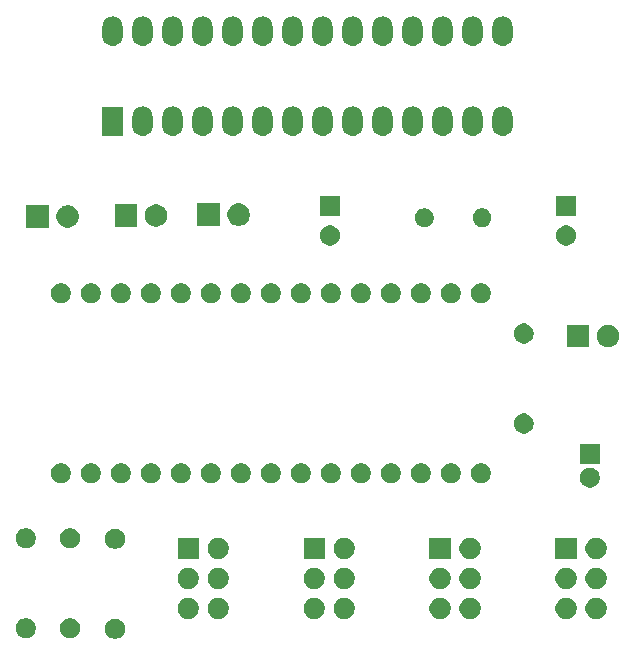
<source format=gbr>
G04 #@! TF.GenerationSoftware,KiCad,Pcbnew,5.1.5+dfsg1-2build2*
G04 #@! TF.CreationDate,2020-09-08T01:32:30-04:00*
G04 #@! TF.ProjectId,multi-avr,6d756c74-692d-4617-9672-2e6b69636164,rev?*
G04 #@! TF.SameCoordinates,Original*
G04 #@! TF.FileFunction,Soldermask,Bot*
G04 #@! TF.FilePolarity,Negative*
%FSLAX46Y46*%
G04 Gerber Fmt 4.6, Leading zero omitted, Abs format (unit mm)*
G04 Created by KiCad (PCBNEW 5.1.5+dfsg1-2build2) date 2020-09-08 01:32:30*
%MOMM*%
%LPD*%
G04 APERTURE LIST*
%ADD10C,0.100000*%
G04 APERTURE END LIST*
D10*
G36*
X95048228Y-83981703D02*
G01*
X95203100Y-84045853D01*
X95342481Y-84138985D01*
X95461015Y-84257519D01*
X95554147Y-84396900D01*
X95618297Y-84551772D01*
X95651000Y-84716184D01*
X95651000Y-84883816D01*
X95618297Y-85048228D01*
X95554147Y-85203100D01*
X95461015Y-85342481D01*
X95342481Y-85461015D01*
X95203100Y-85554147D01*
X95048228Y-85618297D01*
X94883816Y-85651000D01*
X94716184Y-85651000D01*
X94551772Y-85618297D01*
X94396900Y-85554147D01*
X94257519Y-85461015D01*
X94138985Y-85342481D01*
X94045853Y-85203100D01*
X93981703Y-85048228D01*
X93949000Y-84883816D01*
X93949000Y-84716184D01*
X93981703Y-84551772D01*
X94045853Y-84396900D01*
X94138985Y-84257519D01*
X94257519Y-84138985D01*
X94396900Y-84045853D01*
X94551772Y-83981703D01*
X94716184Y-83949000D01*
X94883816Y-83949000D01*
X95048228Y-83981703D01*
G37*
G36*
X91248228Y-83931703D02*
G01*
X91403100Y-83995853D01*
X91542481Y-84088985D01*
X91661015Y-84207519D01*
X91754147Y-84346900D01*
X91818297Y-84501772D01*
X91851000Y-84666184D01*
X91851000Y-84833816D01*
X91818297Y-84998228D01*
X91754147Y-85153100D01*
X91661015Y-85292481D01*
X91542481Y-85411015D01*
X91403100Y-85504147D01*
X91248228Y-85568297D01*
X91083816Y-85601000D01*
X90916184Y-85601000D01*
X90751772Y-85568297D01*
X90596900Y-85504147D01*
X90457519Y-85411015D01*
X90338985Y-85292481D01*
X90245853Y-85153100D01*
X90181703Y-84998228D01*
X90149000Y-84833816D01*
X90149000Y-84666184D01*
X90181703Y-84501772D01*
X90245853Y-84346900D01*
X90338985Y-84207519D01*
X90457519Y-84088985D01*
X90596900Y-83995853D01*
X90751772Y-83931703D01*
X90916184Y-83899000D01*
X91083816Y-83899000D01*
X91248228Y-83931703D01*
G37*
G36*
X87498228Y-83931703D02*
G01*
X87653100Y-83995853D01*
X87792481Y-84088985D01*
X87911015Y-84207519D01*
X88004147Y-84346900D01*
X88068297Y-84501772D01*
X88101000Y-84666184D01*
X88101000Y-84833816D01*
X88068297Y-84998228D01*
X88004147Y-85153100D01*
X87911015Y-85292481D01*
X87792481Y-85411015D01*
X87653100Y-85504147D01*
X87498228Y-85568297D01*
X87333816Y-85601000D01*
X87166184Y-85601000D01*
X87001772Y-85568297D01*
X86846900Y-85504147D01*
X86707519Y-85411015D01*
X86588985Y-85292481D01*
X86495853Y-85153100D01*
X86431703Y-84998228D01*
X86399000Y-84833816D01*
X86399000Y-84666184D01*
X86431703Y-84501772D01*
X86495853Y-84346900D01*
X86588985Y-84207519D01*
X86707519Y-84088985D01*
X86846900Y-83995853D01*
X87001772Y-83931703D01*
X87166184Y-83899000D01*
X87333816Y-83899000D01*
X87498228Y-83931703D01*
G37*
G36*
X101113512Y-82183927D02*
G01*
X101262812Y-82213624D01*
X101426784Y-82281544D01*
X101574354Y-82380147D01*
X101699853Y-82505646D01*
X101798456Y-82653216D01*
X101866376Y-82817188D01*
X101901000Y-82991259D01*
X101901000Y-83168741D01*
X101866376Y-83342812D01*
X101798456Y-83506784D01*
X101699853Y-83654354D01*
X101574354Y-83779853D01*
X101426784Y-83878456D01*
X101262812Y-83946376D01*
X101113512Y-83976073D01*
X101088742Y-83981000D01*
X100911258Y-83981000D01*
X100886488Y-83976073D01*
X100737188Y-83946376D01*
X100573216Y-83878456D01*
X100425646Y-83779853D01*
X100300147Y-83654354D01*
X100201544Y-83506784D01*
X100133624Y-83342812D01*
X100099000Y-83168741D01*
X100099000Y-82991259D01*
X100133624Y-82817188D01*
X100201544Y-82653216D01*
X100300147Y-82505646D01*
X100425646Y-82380147D01*
X100573216Y-82281544D01*
X100737188Y-82213624D01*
X100886488Y-82183927D01*
X100911258Y-82179000D01*
X101088742Y-82179000D01*
X101113512Y-82183927D01*
G37*
G36*
X135653512Y-82183927D02*
G01*
X135802812Y-82213624D01*
X135966784Y-82281544D01*
X136114354Y-82380147D01*
X136239853Y-82505646D01*
X136338456Y-82653216D01*
X136406376Y-82817188D01*
X136441000Y-82991259D01*
X136441000Y-83168741D01*
X136406376Y-83342812D01*
X136338456Y-83506784D01*
X136239853Y-83654354D01*
X136114354Y-83779853D01*
X135966784Y-83878456D01*
X135802812Y-83946376D01*
X135653512Y-83976073D01*
X135628742Y-83981000D01*
X135451258Y-83981000D01*
X135426488Y-83976073D01*
X135277188Y-83946376D01*
X135113216Y-83878456D01*
X134965646Y-83779853D01*
X134840147Y-83654354D01*
X134741544Y-83506784D01*
X134673624Y-83342812D01*
X134639000Y-83168741D01*
X134639000Y-82991259D01*
X134673624Y-82817188D01*
X134741544Y-82653216D01*
X134840147Y-82505646D01*
X134965646Y-82380147D01*
X135113216Y-82281544D01*
X135277188Y-82213624D01*
X135426488Y-82183927D01*
X135451258Y-82179000D01*
X135628742Y-82179000D01*
X135653512Y-82183927D01*
G37*
G36*
X133113512Y-82183927D02*
G01*
X133262812Y-82213624D01*
X133426784Y-82281544D01*
X133574354Y-82380147D01*
X133699853Y-82505646D01*
X133798456Y-82653216D01*
X133866376Y-82817188D01*
X133901000Y-82991259D01*
X133901000Y-83168741D01*
X133866376Y-83342812D01*
X133798456Y-83506784D01*
X133699853Y-83654354D01*
X133574354Y-83779853D01*
X133426784Y-83878456D01*
X133262812Y-83946376D01*
X133113512Y-83976073D01*
X133088742Y-83981000D01*
X132911258Y-83981000D01*
X132886488Y-83976073D01*
X132737188Y-83946376D01*
X132573216Y-83878456D01*
X132425646Y-83779853D01*
X132300147Y-83654354D01*
X132201544Y-83506784D01*
X132133624Y-83342812D01*
X132099000Y-83168741D01*
X132099000Y-82991259D01*
X132133624Y-82817188D01*
X132201544Y-82653216D01*
X132300147Y-82505646D01*
X132425646Y-82380147D01*
X132573216Y-82281544D01*
X132737188Y-82213624D01*
X132886488Y-82183927D01*
X132911258Y-82179000D01*
X133088742Y-82179000D01*
X133113512Y-82183927D01*
G37*
G36*
X103653512Y-82183927D02*
G01*
X103802812Y-82213624D01*
X103966784Y-82281544D01*
X104114354Y-82380147D01*
X104239853Y-82505646D01*
X104338456Y-82653216D01*
X104406376Y-82817188D01*
X104441000Y-82991259D01*
X104441000Y-83168741D01*
X104406376Y-83342812D01*
X104338456Y-83506784D01*
X104239853Y-83654354D01*
X104114354Y-83779853D01*
X103966784Y-83878456D01*
X103802812Y-83946376D01*
X103653512Y-83976073D01*
X103628742Y-83981000D01*
X103451258Y-83981000D01*
X103426488Y-83976073D01*
X103277188Y-83946376D01*
X103113216Y-83878456D01*
X102965646Y-83779853D01*
X102840147Y-83654354D01*
X102741544Y-83506784D01*
X102673624Y-83342812D01*
X102639000Y-83168741D01*
X102639000Y-82991259D01*
X102673624Y-82817188D01*
X102741544Y-82653216D01*
X102840147Y-82505646D01*
X102965646Y-82380147D01*
X103113216Y-82281544D01*
X103277188Y-82213624D01*
X103426488Y-82183927D01*
X103451258Y-82179000D01*
X103628742Y-82179000D01*
X103653512Y-82183927D01*
G37*
G36*
X111780178Y-82183927D02*
G01*
X111929478Y-82213624D01*
X112093450Y-82281544D01*
X112241020Y-82380147D01*
X112366519Y-82505646D01*
X112465122Y-82653216D01*
X112533042Y-82817188D01*
X112567666Y-82991259D01*
X112567666Y-83168741D01*
X112533042Y-83342812D01*
X112465122Y-83506784D01*
X112366519Y-83654354D01*
X112241020Y-83779853D01*
X112093450Y-83878456D01*
X111929478Y-83946376D01*
X111780178Y-83976073D01*
X111755408Y-83981000D01*
X111577924Y-83981000D01*
X111553154Y-83976073D01*
X111403854Y-83946376D01*
X111239882Y-83878456D01*
X111092312Y-83779853D01*
X110966813Y-83654354D01*
X110868210Y-83506784D01*
X110800290Y-83342812D01*
X110765666Y-83168741D01*
X110765666Y-82991259D01*
X110800290Y-82817188D01*
X110868210Y-82653216D01*
X110966813Y-82505646D01*
X111092312Y-82380147D01*
X111239882Y-82281544D01*
X111403854Y-82213624D01*
X111553154Y-82183927D01*
X111577924Y-82179000D01*
X111755408Y-82179000D01*
X111780178Y-82183927D01*
G37*
G36*
X114320178Y-82183927D02*
G01*
X114469478Y-82213624D01*
X114633450Y-82281544D01*
X114781020Y-82380147D01*
X114906519Y-82505646D01*
X115005122Y-82653216D01*
X115073042Y-82817188D01*
X115107666Y-82991259D01*
X115107666Y-83168741D01*
X115073042Y-83342812D01*
X115005122Y-83506784D01*
X114906519Y-83654354D01*
X114781020Y-83779853D01*
X114633450Y-83878456D01*
X114469478Y-83946376D01*
X114320178Y-83976073D01*
X114295408Y-83981000D01*
X114117924Y-83981000D01*
X114093154Y-83976073D01*
X113943854Y-83946376D01*
X113779882Y-83878456D01*
X113632312Y-83779853D01*
X113506813Y-83654354D01*
X113408210Y-83506784D01*
X113340290Y-83342812D01*
X113305666Y-83168741D01*
X113305666Y-82991259D01*
X113340290Y-82817188D01*
X113408210Y-82653216D01*
X113506813Y-82505646D01*
X113632312Y-82380147D01*
X113779882Y-82281544D01*
X113943854Y-82213624D01*
X114093154Y-82183927D01*
X114117924Y-82179000D01*
X114295408Y-82179000D01*
X114320178Y-82183927D01*
G37*
G36*
X124986844Y-82183927D02*
G01*
X125136144Y-82213624D01*
X125300116Y-82281544D01*
X125447686Y-82380147D01*
X125573185Y-82505646D01*
X125671788Y-82653216D01*
X125739708Y-82817188D01*
X125774332Y-82991259D01*
X125774332Y-83168741D01*
X125739708Y-83342812D01*
X125671788Y-83506784D01*
X125573185Y-83654354D01*
X125447686Y-83779853D01*
X125300116Y-83878456D01*
X125136144Y-83946376D01*
X124986844Y-83976073D01*
X124962074Y-83981000D01*
X124784590Y-83981000D01*
X124759820Y-83976073D01*
X124610520Y-83946376D01*
X124446548Y-83878456D01*
X124298978Y-83779853D01*
X124173479Y-83654354D01*
X124074876Y-83506784D01*
X124006956Y-83342812D01*
X123972332Y-83168741D01*
X123972332Y-82991259D01*
X124006956Y-82817188D01*
X124074876Y-82653216D01*
X124173479Y-82505646D01*
X124298978Y-82380147D01*
X124446548Y-82281544D01*
X124610520Y-82213624D01*
X124759820Y-82183927D01*
X124784590Y-82179000D01*
X124962074Y-82179000D01*
X124986844Y-82183927D01*
G37*
G36*
X122446844Y-82183927D02*
G01*
X122596144Y-82213624D01*
X122760116Y-82281544D01*
X122907686Y-82380147D01*
X123033185Y-82505646D01*
X123131788Y-82653216D01*
X123199708Y-82817188D01*
X123234332Y-82991259D01*
X123234332Y-83168741D01*
X123199708Y-83342812D01*
X123131788Y-83506784D01*
X123033185Y-83654354D01*
X122907686Y-83779853D01*
X122760116Y-83878456D01*
X122596144Y-83946376D01*
X122446844Y-83976073D01*
X122422074Y-83981000D01*
X122244590Y-83981000D01*
X122219820Y-83976073D01*
X122070520Y-83946376D01*
X121906548Y-83878456D01*
X121758978Y-83779853D01*
X121633479Y-83654354D01*
X121534876Y-83506784D01*
X121466956Y-83342812D01*
X121432332Y-83168741D01*
X121432332Y-82991259D01*
X121466956Y-82817188D01*
X121534876Y-82653216D01*
X121633479Y-82505646D01*
X121758978Y-82380147D01*
X121906548Y-82281544D01*
X122070520Y-82213624D01*
X122219820Y-82183927D01*
X122244590Y-82179000D01*
X122422074Y-82179000D01*
X122446844Y-82183927D01*
G37*
G36*
X111780178Y-79643927D02*
G01*
X111929478Y-79673624D01*
X112093450Y-79741544D01*
X112241020Y-79840147D01*
X112366519Y-79965646D01*
X112465122Y-80113216D01*
X112533042Y-80277188D01*
X112567666Y-80451259D01*
X112567666Y-80628741D01*
X112533042Y-80802812D01*
X112465122Y-80966784D01*
X112366519Y-81114354D01*
X112241020Y-81239853D01*
X112093450Y-81338456D01*
X111929478Y-81406376D01*
X111780178Y-81436073D01*
X111755408Y-81441000D01*
X111577924Y-81441000D01*
X111553154Y-81436073D01*
X111403854Y-81406376D01*
X111239882Y-81338456D01*
X111092312Y-81239853D01*
X110966813Y-81114354D01*
X110868210Y-80966784D01*
X110800290Y-80802812D01*
X110765666Y-80628741D01*
X110765666Y-80451259D01*
X110800290Y-80277188D01*
X110868210Y-80113216D01*
X110966813Y-79965646D01*
X111092312Y-79840147D01*
X111239882Y-79741544D01*
X111403854Y-79673624D01*
X111553154Y-79643927D01*
X111577924Y-79639000D01*
X111755408Y-79639000D01*
X111780178Y-79643927D01*
G37*
G36*
X124986844Y-79643927D02*
G01*
X125136144Y-79673624D01*
X125300116Y-79741544D01*
X125447686Y-79840147D01*
X125573185Y-79965646D01*
X125671788Y-80113216D01*
X125739708Y-80277188D01*
X125774332Y-80451259D01*
X125774332Y-80628741D01*
X125739708Y-80802812D01*
X125671788Y-80966784D01*
X125573185Y-81114354D01*
X125447686Y-81239853D01*
X125300116Y-81338456D01*
X125136144Y-81406376D01*
X124986844Y-81436073D01*
X124962074Y-81441000D01*
X124784590Y-81441000D01*
X124759820Y-81436073D01*
X124610520Y-81406376D01*
X124446548Y-81338456D01*
X124298978Y-81239853D01*
X124173479Y-81114354D01*
X124074876Y-80966784D01*
X124006956Y-80802812D01*
X123972332Y-80628741D01*
X123972332Y-80451259D01*
X124006956Y-80277188D01*
X124074876Y-80113216D01*
X124173479Y-79965646D01*
X124298978Y-79840147D01*
X124446548Y-79741544D01*
X124610520Y-79673624D01*
X124759820Y-79643927D01*
X124784590Y-79639000D01*
X124962074Y-79639000D01*
X124986844Y-79643927D01*
G37*
G36*
X122446844Y-79643927D02*
G01*
X122596144Y-79673624D01*
X122760116Y-79741544D01*
X122907686Y-79840147D01*
X123033185Y-79965646D01*
X123131788Y-80113216D01*
X123199708Y-80277188D01*
X123234332Y-80451259D01*
X123234332Y-80628741D01*
X123199708Y-80802812D01*
X123131788Y-80966784D01*
X123033185Y-81114354D01*
X122907686Y-81239853D01*
X122760116Y-81338456D01*
X122596144Y-81406376D01*
X122446844Y-81436073D01*
X122422074Y-81441000D01*
X122244590Y-81441000D01*
X122219820Y-81436073D01*
X122070520Y-81406376D01*
X121906548Y-81338456D01*
X121758978Y-81239853D01*
X121633479Y-81114354D01*
X121534876Y-80966784D01*
X121466956Y-80802812D01*
X121432332Y-80628741D01*
X121432332Y-80451259D01*
X121466956Y-80277188D01*
X121534876Y-80113216D01*
X121633479Y-79965646D01*
X121758978Y-79840147D01*
X121906548Y-79741544D01*
X122070520Y-79673624D01*
X122219820Y-79643927D01*
X122244590Y-79639000D01*
X122422074Y-79639000D01*
X122446844Y-79643927D01*
G37*
G36*
X114320178Y-79643927D02*
G01*
X114469478Y-79673624D01*
X114633450Y-79741544D01*
X114781020Y-79840147D01*
X114906519Y-79965646D01*
X115005122Y-80113216D01*
X115073042Y-80277188D01*
X115107666Y-80451259D01*
X115107666Y-80628741D01*
X115073042Y-80802812D01*
X115005122Y-80966784D01*
X114906519Y-81114354D01*
X114781020Y-81239853D01*
X114633450Y-81338456D01*
X114469478Y-81406376D01*
X114320178Y-81436073D01*
X114295408Y-81441000D01*
X114117924Y-81441000D01*
X114093154Y-81436073D01*
X113943854Y-81406376D01*
X113779882Y-81338456D01*
X113632312Y-81239853D01*
X113506813Y-81114354D01*
X113408210Y-80966784D01*
X113340290Y-80802812D01*
X113305666Y-80628741D01*
X113305666Y-80451259D01*
X113340290Y-80277188D01*
X113408210Y-80113216D01*
X113506813Y-79965646D01*
X113632312Y-79840147D01*
X113779882Y-79741544D01*
X113943854Y-79673624D01*
X114093154Y-79643927D01*
X114117924Y-79639000D01*
X114295408Y-79639000D01*
X114320178Y-79643927D01*
G37*
G36*
X135653512Y-79643927D02*
G01*
X135802812Y-79673624D01*
X135966784Y-79741544D01*
X136114354Y-79840147D01*
X136239853Y-79965646D01*
X136338456Y-80113216D01*
X136406376Y-80277188D01*
X136441000Y-80451259D01*
X136441000Y-80628741D01*
X136406376Y-80802812D01*
X136338456Y-80966784D01*
X136239853Y-81114354D01*
X136114354Y-81239853D01*
X135966784Y-81338456D01*
X135802812Y-81406376D01*
X135653512Y-81436073D01*
X135628742Y-81441000D01*
X135451258Y-81441000D01*
X135426488Y-81436073D01*
X135277188Y-81406376D01*
X135113216Y-81338456D01*
X134965646Y-81239853D01*
X134840147Y-81114354D01*
X134741544Y-80966784D01*
X134673624Y-80802812D01*
X134639000Y-80628741D01*
X134639000Y-80451259D01*
X134673624Y-80277188D01*
X134741544Y-80113216D01*
X134840147Y-79965646D01*
X134965646Y-79840147D01*
X135113216Y-79741544D01*
X135277188Y-79673624D01*
X135426488Y-79643927D01*
X135451258Y-79639000D01*
X135628742Y-79639000D01*
X135653512Y-79643927D01*
G37*
G36*
X101113512Y-79643927D02*
G01*
X101262812Y-79673624D01*
X101426784Y-79741544D01*
X101574354Y-79840147D01*
X101699853Y-79965646D01*
X101798456Y-80113216D01*
X101866376Y-80277188D01*
X101901000Y-80451259D01*
X101901000Y-80628741D01*
X101866376Y-80802812D01*
X101798456Y-80966784D01*
X101699853Y-81114354D01*
X101574354Y-81239853D01*
X101426784Y-81338456D01*
X101262812Y-81406376D01*
X101113512Y-81436073D01*
X101088742Y-81441000D01*
X100911258Y-81441000D01*
X100886488Y-81436073D01*
X100737188Y-81406376D01*
X100573216Y-81338456D01*
X100425646Y-81239853D01*
X100300147Y-81114354D01*
X100201544Y-80966784D01*
X100133624Y-80802812D01*
X100099000Y-80628741D01*
X100099000Y-80451259D01*
X100133624Y-80277188D01*
X100201544Y-80113216D01*
X100300147Y-79965646D01*
X100425646Y-79840147D01*
X100573216Y-79741544D01*
X100737188Y-79673624D01*
X100886488Y-79643927D01*
X100911258Y-79639000D01*
X101088742Y-79639000D01*
X101113512Y-79643927D01*
G37*
G36*
X103653512Y-79643927D02*
G01*
X103802812Y-79673624D01*
X103966784Y-79741544D01*
X104114354Y-79840147D01*
X104239853Y-79965646D01*
X104338456Y-80113216D01*
X104406376Y-80277188D01*
X104441000Y-80451259D01*
X104441000Y-80628741D01*
X104406376Y-80802812D01*
X104338456Y-80966784D01*
X104239853Y-81114354D01*
X104114354Y-81239853D01*
X103966784Y-81338456D01*
X103802812Y-81406376D01*
X103653512Y-81436073D01*
X103628742Y-81441000D01*
X103451258Y-81441000D01*
X103426488Y-81436073D01*
X103277188Y-81406376D01*
X103113216Y-81338456D01*
X102965646Y-81239853D01*
X102840147Y-81114354D01*
X102741544Y-80966784D01*
X102673624Y-80802812D01*
X102639000Y-80628741D01*
X102639000Y-80451259D01*
X102673624Y-80277188D01*
X102741544Y-80113216D01*
X102840147Y-79965646D01*
X102965646Y-79840147D01*
X103113216Y-79741544D01*
X103277188Y-79673624D01*
X103426488Y-79643927D01*
X103451258Y-79639000D01*
X103628742Y-79639000D01*
X103653512Y-79643927D01*
G37*
G36*
X133113512Y-79643927D02*
G01*
X133262812Y-79673624D01*
X133426784Y-79741544D01*
X133574354Y-79840147D01*
X133699853Y-79965646D01*
X133798456Y-80113216D01*
X133866376Y-80277188D01*
X133901000Y-80451259D01*
X133901000Y-80628741D01*
X133866376Y-80802812D01*
X133798456Y-80966784D01*
X133699853Y-81114354D01*
X133574354Y-81239853D01*
X133426784Y-81338456D01*
X133262812Y-81406376D01*
X133113512Y-81436073D01*
X133088742Y-81441000D01*
X132911258Y-81441000D01*
X132886488Y-81436073D01*
X132737188Y-81406376D01*
X132573216Y-81338456D01*
X132425646Y-81239853D01*
X132300147Y-81114354D01*
X132201544Y-80966784D01*
X132133624Y-80802812D01*
X132099000Y-80628741D01*
X132099000Y-80451259D01*
X132133624Y-80277188D01*
X132201544Y-80113216D01*
X132300147Y-79965646D01*
X132425646Y-79840147D01*
X132573216Y-79741544D01*
X132737188Y-79673624D01*
X132886488Y-79643927D01*
X132911258Y-79639000D01*
X133088742Y-79639000D01*
X133113512Y-79643927D01*
G37*
G36*
X124986844Y-77103927D02*
G01*
X125136144Y-77133624D01*
X125300116Y-77201544D01*
X125447686Y-77300147D01*
X125573185Y-77425646D01*
X125671788Y-77573216D01*
X125739708Y-77737188D01*
X125774332Y-77911259D01*
X125774332Y-78088741D01*
X125739708Y-78262812D01*
X125671788Y-78426784D01*
X125573185Y-78574354D01*
X125447686Y-78699853D01*
X125300116Y-78798456D01*
X125136144Y-78866376D01*
X124986844Y-78896073D01*
X124962074Y-78901000D01*
X124784590Y-78901000D01*
X124759820Y-78896073D01*
X124610520Y-78866376D01*
X124446548Y-78798456D01*
X124298978Y-78699853D01*
X124173479Y-78574354D01*
X124074876Y-78426784D01*
X124006956Y-78262812D01*
X123972332Y-78088741D01*
X123972332Y-77911259D01*
X124006956Y-77737188D01*
X124074876Y-77573216D01*
X124173479Y-77425646D01*
X124298978Y-77300147D01*
X124446548Y-77201544D01*
X124610520Y-77133624D01*
X124759820Y-77103927D01*
X124784590Y-77099000D01*
X124962074Y-77099000D01*
X124986844Y-77103927D01*
G37*
G36*
X123234332Y-78901000D02*
G01*
X121432332Y-78901000D01*
X121432332Y-77099000D01*
X123234332Y-77099000D01*
X123234332Y-78901000D01*
G37*
G36*
X114320178Y-77103927D02*
G01*
X114469478Y-77133624D01*
X114633450Y-77201544D01*
X114781020Y-77300147D01*
X114906519Y-77425646D01*
X115005122Y-77573216D01*
X115073042Y-77737188D01*
X115107666Y-77911259D01*
X115107666Y-78088741D01*
X115073042Y-78262812D01*
X115005122Y-78426784D01*
X114906519Y-78574354D01*
X114781020Y-78699853D01*
X114633450Y-78798456D01*
X114469478Y-78866376D01*
X114320178Y-78896073D01*
X114295408Y-78901000D01*
X114117924Y-78901000D01*
X114093154Y-78896073D01*
X113943854Y-78866376D01*
X113779882Y-78798456D01*
X113632312Y-78699853D01*
X113506813Y-78574354D01*
X113408210Y-78426784D01*
X113340290Y-78262812D01*
X113305666Y-78088741D01*
X113305666Y-77911259D01*
X113340290Y-77737188D01*
X113408210Y-77573216D01*
X113506813Y-77425646D01*
X113632312Y-77300147D01*
X113779882Y-77201544D01*
X113943854Y-77133624D01*
X114093154Y-77103927D01*
X114117924Y-77099000D01*
X114295408Y-77099000D01*
X114320178Y-77103927D01*
G37*
G36*
X112567666Y-78901000D02*
G01*
X110765666Y-78901000D01*
X110765666Y-77099000D01*
X112567666Y-77099000D01*
X112567666Y-78901000D01*
G37*
G36*
X135653512Y-77103927D02*
G01*
X135802812Y-77133624D01*
X135966784Y-77201544D01*
X136114354Y-77300147D01*
X136239853Y-77425646D01*
X136338456Y-77573216D01*
X136406376Y-77737188D01*
X136441000Y-77911259D01*
X136441000Y-78088741D01*
X136406376Y-78262812D01*
X136338456Y-78426784D01*
X136239853Y-78574354D01*
X136114354Y-78699853D01*
X135966784Y-78798456D01*
X135802812Y-78866376D01*
X135653512Y-78896073D01*
X135628742Y-78901000D01*
X135451258Y-78901000D01*
X135426488Y-78896073D01*
X135277188Y-78866376D01*
X135113216Y-78798456D01*
X134965646Y-78699853D01*
X134840147Y-78574354D01*
X134741544Y-78426784D01*
X134673624Y-78262812D01*
X134639000Y-78088741D01*
X134639000Y-77911259D01*
X134673624Y-77737188D01*
X134741544Y-77573216D01*
X134840147Y-77425646D01*
X134965646Y-77300147D01*
X135113216Y-77201544D01*
X135277188Y-77133624D01*
X135426488Y-77103927D01*
X135451258Y-77099000D01*
X135628742Y-77099000D01*
X135653512Y-77103927D01*
G37*
G36*
X133901000Y-78901000D02*
G01*
X132099000Y-78901000D01*
X132099000Y-77099000D01*
X133901000Y-77099000D01*
X133901000Y-78901000D01*
G37*
G36*
X101901000Y-78901000D02*
G01*
X100099000Y-78901000D01*
X100099000Y-77099000D01*
X101901000Y-77099000D01*
X101901000Y-78901000D01*
G37*
G36*
X103653512Y-77103927D02*
G01*
X103802812Y-77133624D01*
X103966784Y-77201544D01*
X104114354Y-77300147D01*
X104239853Y-77425646D01*
X104338456Y-77573216D01*
X104406376Y-77737188D01*
X104441000Y-77911259D01*
X104441000Y-78088741D01*
X104406376Y-78262812D01*
X104338456Y-78426784D01*
X104239853Y-78574354D01*
X104114354Y-78699853D01*
X103966784Y-78798456D01*
X103802812Y-78866376D01*
X103653512Y-78896073D01*
X103628742Y-78901000D01*
X103451258Y-78901000D01*
X103426488Y-78896073D01*
X103277188Y-78866376D01*
X103113216Y-78798456D01*
X102965646Y-78699853D01*
X102840147Y-78574354D01*
X102741544Y-78426784D01*
X102673624Y-78262812D01*
X102639000Y-78088741D01*
X102639000Y-77911259D01*
X102673624Y-77737188D01*
X102741544Y-77573216D01*
X102840147Y-77425646D01*
X102965646Y-77300147D01*
X103113216Y-77201544D01*
X103277188Y-77133624D01*
X103426488Y-77103927D01*
X103451258Y-77099000D01*
X103628742Y-77099000D01*
X103653512Y-77103927D01*
G37*
G36*
X95048228Y-76361703D02*
G01*
X95203100Y-76425853D01*
X95342481Y-76518985D01*
X95461015Y-76637519D01*
X95554147Y-76776900D01*
X95618297Y-76931772D01*
X95651000Y-77096184D01*
X95651000Y-77263816D01*
X95618297Y-77428228D01*
X95554147Y-77583100D01*
X95461015Y-77722481D01*
X95342481Y-77841015D01*
X95203100Y-77934147D01*
X95048228Y-77998297D01*
X94883816Y-78031000D01*
X94716184Y-78031000D01*
X94551772Y-77998297D01*
X94396900Y-77934147D01*
X94257519Y-77841015D01*
X94138985Y-77722481D01*
X94045853Y-77583100D01*
X93981703Y-77428228D01*
X93949000Y-77263816D01*
X93949000Y-77096184D01*
X93981703Y-76931772D01*
X94045853Y-76776900D01*
X94138985Y-76637519D01*
X94257519Y-76518985D01*
X94396900Y-76425853D01*
X94551772Y-76361703D01*
X94716184Y-76329000D01*
X94883816Y-76329000D01*
X95048228Y-76361703D01*
G37*
G36*
X91248228Y-76311703D02*
G01*
X91403100Y-76375853D01*
X91542481Y-76468985D01*
X91661015Y-76587519D01*
X91754147Y-76726900D01*
X91818297Y-76881772D01*
X91851000Y-77046184D01*
X91851000Y-77213816D01*
X91818297Y-77378228D01*
X91754147Y-77533100D01*
X91661015Y-77672481D01*
X91542481Y-77791015D01*
X91403100Y-77884147D01*
X91248228Y-77948297D01*
X91083816Y-77981000D01*
X90916184Y-77981000D01*
X90751772Y-77948297D01*
X90596900Y-77884147D01*
X90457519Y-77791015D01*
X90338985Y-77672481D01*
X90245853Y-77533100D01*
X90181703Y-77378228D01*
X90149000Y-77213816D01*
X90149000Y-77046184D01*
X90181703Y-76881772D01*
X90245853Y-76726900D01*
X90338985Y-76587519D01*
X90457519Y-76468985D01*
X90596900Y-76375853D01*
X90751772Y-76311703D01*
X90916184Y-76279000D01*
X91083816Y-76279000D01*
X91248228Y-76311703D01*
G37*
G36*
X87498228Y-76311703D02*
G01*
X87653100Y-76375853D01*
X87792481Y-76468985D01*
X87911015Y-76587519D01*
X88004147Y-76726900D01*
X88068297Y-76881772D01*
X88101000Y-77046184D01*
X88101000Y-77213816D01*
X88068297Y-77378228D01*
X88004147Y-77533100D01*
X87911015Y-77672481D01*
X87792481Y-77791015D01*
X87653100Y-77884147D01*
X87498228Y-77948297D01*
X87333816Y-77981000D01*
X87166184Y-77981000D01*
X87001772Y-77948297D01*
X86846900Y-77884147D01*
X86707519Y-77791015D01*
X86588985Y-77672481D01*
X86495853Y-77533100D01*
X86431703Y-77378228D01*
X86399000Y-77213816D01*
X86399000Y-77046184D01*
X86431703Y-76881772D01*
X86495853Y-76726900D01*
X86588985Y-76587519D01*
X86707519Y-76468985D01*
X86846900Y-76375853D01*
X87001772Y-76311703D01*
X87166184Y-76279000D01*
X87333816Y-76279000D01*
X87498228Y-76311703D01*
G37*
G36*
X135248228Y-71181703D02*
G01*
X135403100Y-71245853D01*
X135542481Y-71338985D01*
X135661015Y-71457519D01*
X135754147Y-71596900D01*
X135818297Y-71751772D01*
X135851000Y-71916184D01*
X135851000Y-72083816D01*
X135818297Y-72248228D01*
X135754147Y-72403100D01*
X135661015Y-72542481D01*
X135542481Y-72661015D01*
X135403100Y-72754147D01*
X135248228Y-72818297D01*
X135083816Y-72851000D01*
X134916184Y-72851000D01*
X134751772Y-72818297D01*
X134596900Y-72754147D01*
X134457519Y-72661015D01*
X134338985Y-72542481D01*
X134245853Y-72403100D01*
X134181703Y-72248228D01*
X134149000Y-72083816D01*
X134149000Y-71916184D01*
X134181703Y-71751772D01*
X134245853Y-71596900D01*
X134338985Y-71457519D01*
X134457519Y-71338985D01*
X134596900Y-71245853D01*
X134751772Y-71181703D01*
X134916184Y-71149000D01*
X135083816Y-71149000D01*
X135248228Y-71181703D01*
G37*
G36*
X123403564Y-70797710D02*
G01*
X123484552Y-70813819D01*
X123637131Y-70877019D01*
X123774449Y-70968772D01*
X123891228Y-71085551D01*
X123982981Y-71222869D01*
X124046181Y-71375448D01*
X124078400Y-71537425D01*
X124078400Y-71702575D01*
X124046181Y-71864552D01*
X123982981Y-72017131D01*
X123891228Y-72154449D01*
X123774449Y-72271228D01*
X123637131Y-72362981D01*
X123484552Y-72426181D01*
X123403564Y-72442290D01*
X123322576Y-72458400D01*
X123157424Y-72458400D01*
X123076436Y-72442290D01*
X122995448Y-72426181D01*
X122842869Y-72362981D01*
X122705551Y-72271228D01*
X122588772Y-72154449D01*
X122497019Y-72017131D01*
X122433819Y-71864552D01*
X122401600Y-71702575D01*
X122401600Y-71537425D01*
X122433819Y-71375448D01*
X122497019Y-71222869D01*
X122588772Y-71085551D01*
X122705551Y-70968772D01*
X122842869Y-70877019D01*
X122995448Y-70813819D01*
X123076436Y-70797710D01*
X123157424Y-70781600D01*
X123322576Y-70781600D01*
X123403564Y-70797710D01*
G37*
G36*
X125943564Y-70797710D02*
G01*
X126024552Y-70813819D01*
X126177131Y-70877019D01*
X126314449Y-70968772D01*
X126431228Y-71085551D01*
X126522981Y-71222869D01*
X126586181Y-71375448D01*
X126618400Y-71537425D01*
X126618400Y-71702575D01*
X126586181Y-71864552D01*
X126522981Y-72017131D01*
X126431228Y-72154449D01*
X126314449Y-72271228D01*
X126177131Y-72362981D01*
X126024552Y-72426181D01*
X125943564Y-72442290D01*
X125862576Y-72458400D01*
X125697424Y-72458400D01*
X125616436Y-72442290D01*
X125535448Y-72426181D01*
X125382869Y-72362981D01*
X125245551Y-72271228D01*
X125128772Y-72154449D01*
X125037019Y-72017131D01*
X124973819Y-71864552D01*
X124941600Y-71702575D01*
X124941600Y-71537425D01*
X124973819Y-71375448D01*
X125037019Y-71222869D01*
X125128772Y-71085551D01*
X125245551Y-70968772D01*
X125382869Y-70877019D01*
X125535448Y-70813819D01*
X125616436Y-70797710D01*
X125697424Y-70781600D01*
X125862576Y-70781600D01*
X125943564Y-70797710D01*
G37*
G36*
X120863564Y-70797710D02*
G01*
X120944552Y-70813819D01*
X121097131Y-70877019D01*
X121234449Y-70968772D01*
X121351228Y-71085551D01*
X121442981Y-71222869D01*
X121506181Y-71375448D01*
X121538400Y-71537425D01*
X121538400Y-71702575D01*
X121506181Y-71864552D01*
X121442981Y-72017131D01*
X121351228Y-72154449D01*
X121234449Y-72271228D01*
X121097131Y-72362981D01*
X120944552Y-72426181D01*
X120863564Y-72442290D01*
X120782576Y-72458400D01*
X120617424Y-72458400D01*
X120536436Y-72442290D01*
X120455448Y-72426181D01*
X120302869Y-72362981D01*
X120165551Y-72271228D01*
X120048772Y-72154449D01*
X119957019Y-72017131D01*
X119893819Y-71864552D01*
X119861600Y-71702575D01*
X119861600Y-71537425D01*
X119893819Y-71375448D01*
X119957019Y-71222869D01*
X120048772Y-71085551D01*
X120165551Y-70968772D01*
X120302869Y-70877019D01*
X120455448Y-70813819D01*
X120536436Y-70797710D01*
X120617424Y-70781600D01*
X120782576Y-70781600D01*
X120863564Y-70797710D01*
G37*
G36*
X118323564Y-70797710D02*
G01*
X118404552Y-70813819D01*
X118557131Y-70877019D01*
X118694449Y-70968772D01*
X118811228Y-71085551D01*
X118902981Y-71222869D01*
X118966181Y-71375448D01*
X118998400Y-71537425D01*
X118998400Y-71702575D01*
X118966181Y-71864552D01*
X118902981Y-72017131D01*
X118811228Y-72154449D01*
X118694449Y-72271228D01*
X118557131Y-72362981D01*
X118404552Y-72426181D01*
X118323564Y-72442290D01*
X118242576Y-72458400D01*
X118077424Y-72458400D01*
X117996436Y-72442290D01*
X117915448Y-72426181D01*
X117762869Y-72362981D01*
X117625551Y-72271228D01*
X117508772Y-72154449D01*
X117417019Y-72017131D01*
X117353819Y-71864552D01*
X117321600Y-71702575D01*
X117321600Y-71537425D01*
X117353819Y-71375448D01*
X117417019Y-71222869D01*
X117508772Y-71085551D01*
X117625551Y-70968772D01*
X117762869Y-70877019D01*
X117915448Y-70813819D01*
X117996436Y-70797710D01*
X118077424Y-70781600D01*
X118242576Y-70781600D01*
X118323564Y-70797710D01*
G37*
G36*
X115783564Y-70797710D02*
G01*
X115864552Y-70813819D01*
X116017131Y-70877019D01*
X116154449Y-70968772D01*
X116271228Y-71085551D01*
X116362981Y-71222869D01*
X116426181Y-71375448D01*
X116458400Y-71537425D01*
X116458400Y-71702575D01*
X116426181Y-71864552D01*
X116362981Y-72017131D01*
X116271228Y-72154449D01*
X116154449Y-72271228D01*
X116017131Y-72362981D01*
X115864552Y-72426181D01*
X115783564Y-72442290D01*
X115702576Y-72458400D01*
X115537424Y-72458400D01*
X115456436Y-72442290D01*
X115375448Y-72426181D01*
X115222869Y-72362981D01*
X115085551Y-72271228D01*
X114968772Y-72154449D01*
X114877019Y-72017131D01*
X114813819Y-71864552D01*
X114781600Y-71702575D01*
X114781600Y-71537425D01*
X114813819Y-71375448D01*
X114877019Y-71222869D01*
X114968772Y-71085551D01*
X115085551Y-70968772D01*
X115222869Y-70877019D01*
X115375448Y-70813819D01*
X115456436Y-70797710D01*
X115537424Y-70781600D01*
X115702576Y-70781600D01*
X115783564Y-70797710D01*
G37*
G36*
X113243564Y-70797710D02*
G01*
X113324552Y-70813819D01*
X113477131Y-70877019D01*
X113614449Y-70968772D01*
X113731228Y-71085551D01*
X113822981Y-71222869D01*
X113886181Y-71375448D01*
X113918400Y-71537425D01*
X113918400Y-71702575D01*
X113886181Y-71864552D01*
X113822981Y-72017131D01*
X113731228Y-72154449D01*
X113614449Y-72271228D01*
X113477131Y-72362981D01*
X113324552Y-72426181D01*
X113243564Y-72442290D01*
X113162576Y-72458400D01*
X112997424Y-72458400D01*
X112916436Y-72442290D01*
X112835448Y-72426181D01*
X112682869Y-72362981D01*
X112545551Y-72271228D01*
X112428772Y-72154449D01*
X112337019Y-72017131D01*
X112273819Y-71864552D01*
X112241600Y-71702575D01*
X112241600Y-71537425D01*
X112273819Y-71375448D01*
X112337019Y-71222869D01*
X112428772Y-71085551D01*
X112545551Y-70968772D01*
X112682869Y-70877019D01*
X112835448Y-70813819D01*
X112916436Y-70797710D01*
X112997424Y-70781600D01*
X113162576Y-70781600D01*
X113243564Y-70797710D01*
G37*
G36*
X110703564Y-70797710D02*
G01*
X110784552Y-70813819D01*
X110937131Y-70877019D01*
X111074449Y-70968772D01*
X111191228Y-71085551D01*
X111282981Y-71222869D01*
X111346181Y-71375448D01*
X111378400Y-71537425D01*
X111378400Y-71702575D01*
X111346181Y-71864552D01*
X111282981Y-72017131D01*
X111191228Y-72154449D01*
X111074449Y-72271228D01*
X110937131Y-72362981D01*
X110784552Y-72426181D01*
X110703564Y-72442290D01*
X110622576Y-72458400D01*
X110457424Y-72458400D01*
X110376436Y-72442290D01*
X110295448Y-72426181D01*
X110142869Y-72362981D01*
X110005551Y-72271228D01*
X109888772Y-72154449D01*
X109797019Y-72017131D01*
X109733819Y-71864552D01*
X109701600Y-71702575D01*
X109701600Y-71537425D01*
X109733819Y-71375448D01*
X109797019Y-71222869D01*
X109888772Y-71085551D01*
X110005551Y-70968772D01*
X110142869Y-70877019D01*
X110295448Y-70813819D01*
X110376436Y-70797710D01*
X110457424Y-70781600D01*
X110622576Y-70781600D01*
X110703564Y-70797710D01*
G37*
G36*
X105623564Y-70797710D02*
G01*
X105704552Y-70813819D01*
X105857131Y-70877019D01*
X105994449Y-70968772D01*
X106111228Y-71085551D01*
X106202981Y-71222869D01*
X106266181Y-71375448D01*
X106298400Y-71537425D01*
X106298400Y-71702575D01*
X106266181Y-71864552D01*
X106202981Y-72017131D01*
X106111228Y-72154449D01*
X105994449Y-72271228D01*
X105857131Y-72362981D01*
X105704552Y-72426181D01*
X105623564Y-72442290D01*
X105542576Y-72458400D01*
X105377424Y-72458400D01*
X105296436Y-72442290D01*
X105215448Y-72426181D01*
X105062869Y-72362981D01*
X104925551Y-72271228D01*
X104808772Y-72154449D01*
X104717019Y-72017131D01*
X104653819Y-71864552D01*
X104621600Y-71702575D01*
X104621600Y-71537425D01*
X104653819Y-71375448D01*
X104717019Y-71222869D01*
X104808772Y-71085551D01*
X104925551Y-70968772D01*
X105062869Y-70877019D01*
X105215448Y-70813819D01*
X105296436Y-70797710D01*
X105377424Y-70781600D01*
X105542576Y-70781600D01*
X105623564Y-70797710D01*
G37*
G36*
X103083564Y-70797710D02*
G01*
X103164552Y-70813819D01*
X103317131Y-70877019D01*
X103454449Y-70968772D01*
X103571228Y-71085551D01*
X103662981Y-71222869D01*
X103726181Y-71375448D01*
X103758400Y-71537425D01*
X103758400Y-71702575D01*
X103726181Y-71864552D01*
X103662981Y-72017131D01*
X103571228Y-72154449D01*
X103454449Y-72271228D01*
X103317131Y-72362981D01*
X103164552Y-72426181D01*
X103083564Y-72442290D01*
X103002576Y-72458400D01*
X102837424Y-72458400D01*
X102756436Y-72442290D01*
X102675448Y-72426181D01*
X102522869Y-72362981D01*
X102385551Y-72271228D01*
X102268772Y-72154449D01*
X102177019Y-72017131D01*
X102113819Y-71864552D01*
X102081600Y-71702575D01*
X102081600Y-71537425D01*
X102113819Y-71375448D01*
X102177019Y-71222869D01*
X102268772Y-71085551D01*
X102385551Y-70968772D01*
X102522869Y-70877019D01*
X102675448Y-70813819D01*
X102756436Y-70797710D01*
X102837424Y-70781600D01*
X103002576Y-70781600D01*
X103083564Y-70797710D01*
G37*
G36*
X100543564Y-70797710D02*
G01*
X100624552Y-70813819D01*
X100777131Y-70877019D01*
X100914449Y-70968772D01*
X101031228Y-71085551D01*
X101122981Y-71222869D01*
X101186181Y-71375448D01*
X101218400Y-71537425D01*
X101218400Y-71702575D01*
X101186181Y-71864552D01*
X101122981Y-72017131D01*
X101031228Y-72154449D01*
X100914449Y-72271228D01*
X100777131Y-72362981D01*
X100624552Y-72426181D01*
X100543564Y-72442290D01*
X100462576Y-72458400D01*
X100297424Y-72458400D01*
X100216436Y-72442290D01*
X100135448Y-72426181D01*
X99982869Y-72362981D01*
X99845551Y-72271228D01*
X99728772Y-72154449D01*
X99637019Y-72017131D01*
X99573819Y-71864552D01*
X99541600Y-71702575D01*
X99541600Y-71537425D01*
X99573819Y-71375448D01*
X99637019Y-71222869D01*
X99728772Y-71085551D01*
X99845551Y-70968772D01*
X99982869Y-70877019D01*
X100135448Y-70813819D01*
X100216436Y-70797710D01*
X100297424Y-70781600D01*
X100462576Y-70781600D01*
X100543564Y-70797710D01*
G37*
G36*
X98003564Y-70797710D02*
G01*
X98084552Y-70813819D01*
X98237131Y-70877019D01*
X98374449Y-70968772D01*
X98491228Y-71085551D01*
X98582981Y-71222869D01*
X98646181Y-71375448D01*
X98678400Y-71537425D01*
X98678400Y-71702575D01*
X98646181Y-71864552D01*
X98582981Y-72017131D01*
X98491228Y-72154449D01*
X98374449Y-72271228D01*
X98237131Y-72362981D01*
X98084552Y-72426181D01*
X98003564Y-72442290D01*
X97922576Y-72458400D01*
X97757424Y-72458400D01*
X97676436Y-72442290D01*
X97595448Y-72426181D01*
X97442869Y-72362981D01*
X97305551Y-72271228D01*
X97188772Y-72154449D01*
X97097019Y-72017131D01*
X97033819Y-71864552D01*
X97001600Y-71702575D01*
X97001600Y-71537425D01*
X97033819Y-71375448D01*
X97097019Y-71222869D01*
X97188772Y-71085551D01*
X97305551Y-70968772D01*
X97442869Y-70877019D01*
X97595448Y-70813819D01*
X97676436Y-70797710D01*
X97757424Y-70781600D01*
X97922576Y-70781600D01*
X98003564Y-70797710D01*
G37*
G36*
X95463564Y-70797710D02*
G01*
X95544552Y-70813819D01*
X95697131Y-70877019D01*
X95834449Y-70968772D01*
X95951228Y-71085551D01*
X96042981Y-71222869D01*
X96106181Y-71375448D01*
X96138400Y-71537425D01*
X96138400Y-71702575D01*
X96106181Y-71864552D01*
X96042981Y-72017131D01*
X95951228Y-72154449D01*
X95834449Y-72271228D01*
X95697131Y-72362981D01*
X95544552Y-72426181D01*
X95463564Y-72442290D01*
X95382576Y-72458400D01*
X95217424Y-72458400D01*
X95136436Y-72442290D01*
X95055448Y-72426181D01*
X94902869Y-72362981D01*
X94765551Y-72271228D01*
X94648772Y-72154449D01*
X94557019Y-72017131D01*
X94493819Y-71864552D01*
X94461600Y-71702575D01*
X94461600Y-71537425D01*
X94493819Y-71375448D01*
X94557019Y-71222869D01*
X94648772Y-71085551D01*
X94765551Y-70968772D01*
X94902869Y-70877019D01*
X95055448Y-70813819D01*
X95136436Y-70797710D01*
X95217424Y-70781600D01*
X95382576Y-70781600D01*
X95463564Y-70797710D01*
G37*
G36*
X90383564Y-70797710D02*
G01*
X90464552Y-70813819D01*
X90617131Y-70877019D01*
X90754449Y-70968772D01*
X90871228Y-71085551D01*
X90962981Y-71222869D01*
X91026181Y-71375448D01*
X91058400Y-71537425D01*
X91058400Y-71702575D01*
X91026181Y-71864552D01*
X90962981Y-72017131D01*
X90871228Y-72154449D01*
X90754449Y-72271228D01*
X90617131Y-72362981D01*
X90464552Y-72426181D01*
X90383564Y-72442290D01*
X90302576Y-72458400D01*
X90137424Y-72458400D01*
X90056436Y-72442290D01*
X89975448Y-72426181D01*
X89822869Y-72362981D01*
X89685551Y-72271228D01*
X89568772Y-72154449D01*
X89477019Y-72017131D01*
X89413819Y-71864552D01*
X89381600Y-71702575D01*
X89381600Y-71537425D01*
X89413819Y-71375448D01*
X89477019Y-71222869D01*
X89568772Y-71085551D01*
X89685551Y-70968772D01*
X89822869Y-70877019D01*
X89975448Y-70813819D01*
X90056436Y-70797710D01*
X90137424Y-70781600D01*
X90302576Y-70781600D01*
X90383564Y-70797710D01*
G37*
G36*
X92923564Y-70797710D02*
G01*
X93004552Y-70813819D01*
X93157131Y-70877019D01*
X93294449Y-70968772D01*
X93411228Y-71085551D01*
X93502981Y-71222869D01*
X93566181Y-71375448D01*
X93598400Y-71537425D01*
X93598400Y-71702575D01*
X93566181Y-71864552D01*
X93502981Y-72017131D01*
X93411228Y-72154449D01*
X93294449Y-72271228D01*
X93157131Y-72362981D01*
X93004552Y-72426181D01*
X92923564Y-72442290D01*
X92842576Y-72458400D01*
X92677424Y-72458400D01*
X92596436Y-72442290D01*
X92515448Y-72426181D01*
X92362869Y-72362981D01*
X92225551Y-72271228D01*
X92108772Y-72154449D01*
X92017019Y-72017131D01*
X91953819Y-71864552D01*
X91921600Y-71702575D01*
X91921600Y-71537425D01*
X91953819Y-71375448D01*
X92017019Y-71222869D01*
X92108772Y-71085551D01*
X92225551Y-70968772D01*
X92362869Y-70877019D01*
X92515448Y-70813819D01*
X92596436Y-70797710D01*
X92677424Y-70781600D01*
X92842576Y-70781600D01*
X92923564Y-70797710D01*
G37*
G36*
X108163564Y-70797710D02*
G01*
X108244552Y-70813819D01*
X108397131Y-70877019D01*
X108534449Y-70968772D01*
X108651228Y-71085551D01*
X108742981Y-71222869D01*
X108806181Y-71375448D01*
X108838400Y-71537425D01*
X108838400Y-71702575D01*
X108806181Y-71864552D01*
X108742981Y-72017131D01*
X108651228Y-72154449D01*
X108534449Y-72271228D01*
X108397131Y-72362981D01*
X108244552Y-72426181D01*
X108163564Y-72442290D01*
X108082576Y-72458400D01*
X107917424Y-72458400D01*
X107836436Y-72442290D01*
X107755448Y-72426181D01*
X107602869Y-72362981D01*
X107465551Y-72271228D01*
X107348772Y-72154449D01*
X107257019Y-72017131D01*
X107193819Y-71864552D01*
X107161600Y-71702575D01*
X107161600Y-71537425D01*
X107193819Y-71375448D01*
X107257019Y-71222869D01*
X107348772Y-71085551D01*
X107465551Y-70968772D01*
X107602869Y-70877019D01*
X107755448Y-70813819D01*
X107836436Y-70797710D01*
X107917424Y-70781600D01*
X108082576Y-70781600D01*
X108163564Y-70797710D01*
G37*
G36*
X135851000Y-70851000D02*
G01*
X134149000Y-70851000D01*
X134149000Y-69149000D01*
X135851000Y-69149000D01*
X135851000Y-70851000D01*
G37*
G36*
X129648228Y-66601703D02*
G01*
X129803100Y-66665853D01*
X129942481Y-66758985D01*
X130061015Y-66877519D01*
X130154147Y-67016900D01*
X130218297Y-67171772D01*
X130251000Y-67336184D01*
X130251000Y-67503816D01*
X130218297Y-67668228D01*
X130154147Y-67823100D01*
X130061015Y-67962481D01*
X129942481Y-68081015D01*
X129803100Y-68174147D01*
X129648228Y-68238297D01*
X129483816Y-68271000D01*
X129316184Y-68271000D01*
X129151772Y-68238297D01*
X128996900Y-68174147D01*
X128857519Y-68081015D01*
X128738985Y-67962481D01*
X128645853Y-67823100D01*
X128581703Y-67668228D01*
X128549000Y-67503816D01*
X128549000Y-67336184D01*
X128581703Y-67171772D01*
X128645853Y-67016900D01*
X128738985Y-66877519D01*
X128857519Y-66758985D01*
X128996900Y-66665853D01*
X129151772Y-66601703D01*
X129316184Y-66569000D01*
X129483816Y-66569000D01*
X129648228Y-66601703D01*
G37*
G36*
X136817395Y-59085546D02*
G01*
X136990466Y-59157234D01*
X136990467Y-59157235D01*
X137146227Y-59261310D01*
X137278690Y-59393773D01*
X137278691Y-59393775D01*
X137382766Y-59549534D01*
X137454454Y-59722605D01*
X137491000Y-59906333D01*
X137491000Y-60093667D01*
X137454454Y-60277395D01*
X137382766Y-60450466D01*
X137382765Y-60450467D01*
X137278690Y-60606227D01*
X137146227Y-60738690D01*
X137067818Y-60791081D01*
X136990466Y-60842766D01*
X136817395Y-60914454D01*
X136633667Y-60951000D01*
X136446333Y-60951000D01*
X136262605Y-60914454D01*
X136089534Y-60842766D01*
X136012182Y-60791081D01*
X135933773Y-60738690D01*
X135801310Y-60606227D01*
X135697235Y-60450467D01*
X135697234Y-60450466D01*
X135625546Y-60277395D01*
X135589000Y-60093667D01*
X135589000Y-59906333D01*
X135625546Y-59722605D01*
X135697234Y-59549534D01*
X135801309Y-59393775D01*
X135801310Y-59393773D01*
X135933773Y-59261310D01*
X136089533Y-59157235D01*
X136089534Y-59157234D01*
X136262605Y-59085546D01*
X136446333Y-59049000D01*
X136633667Y-59049000D01*
X136817395Y-59085546D01*
G37*
G36*
X134951000Y-60951000D02*
G01*
X133049000Y-60951000D01*
X133049000Y-59049000D01*
X134951000Y-59049000D01*
X134951000Y-60951000D01*
G37*
G36*
X129648228Y-58981703D02*
G01*
X129803100Y-59045853D01*
X129942481Y-59138985D01*
X130061015Y-59257519D01*
X130154147Y-59396900D01*
X130218297Y-59551772D01*
X130251000Y-59716184D01*
X130251000Y-59883816D01*
X130218297Y-60048228D01*
X130154147Y-60203100D01*
X130061015Y-60342481D01*
X129942481Y-60461015D01*
X129803100Y-60554147D01*
X129648228Y-60618297D01*
X129483816Y-60651000D01*
X129316184Y-60651000D01*
X129151772Y-60618297D01*
X128996900Y-60554147D01*
X128857519Y-60461015D01*
X128738985Y-60342481D01*
X128645853Y-60203100D01*
X128581703Y-60048228D01*
X128549000Y-59883816D01*
X128549000Y-59716184D01*
X128581703Y-59551772D01*
X128645853Y-59396900D01*
X128738985Y-59257519D01*
X128857519Y-59138985D01*
X128996900Y-59045853D01*
X129151772Y-58981703D01*
X129316184Y-58949000D01*
X129483816Y-58949000D01*
X129648228Y-58981703D01*
G37*
G36*
X125943563Y-55557709D02*
G01*
X126024552Y-55573819D01*
X126177131Y-55637019D01*
X126314449Y-55728772D01*
X126431228Y-55845551D01*
X126522981Y-55982869D01*
X126586181Y-56135448D01*
X126618400Y-56297425D01*
X126618400Y-56462575D01*
X126586181Y-56624552D01*
X126522981Y-56777131D01*
X126431228Y-56914449D01*
X126314449Y-57031228D01*
X126177131Y-57122981D01*
X126024552Y-57186181D01*
X125943563Y-57202291D01*
X125862576Y-57218400D01*
X125697424Y-57218400D01*
X125616437Y-57202291D01*
X125535448Y-57186181D01*
X125382869Y-57122981D01*
X125245551Y-57031228D01*
X125128772Y-56914449D01*
X125037019Y-56777131D01*
X124973819Y-56624552D01*
X124941600Y-56462575D01*
X124941600Y-56297425D01*
X124973819Y-56135448D01*
X125037019Y-55982869D01*
X125128772Y-55845551D01*
X125245551Y-55728772D01*
X125382869Y-55637019D01*
X125535448Y-55573819D01*
X125616437Y-55557709D01*
X125697424Y-55541600D01*
X125862576Y-55541600D01*
X125943563Y-55557709D01*
G37*
G36*
X123403563Y-55557709D02*
G01*
X123484552Y-55573819D01*
X123637131Y-55637019D01*
X123774449Y-55728772D01*
X123891228Y-55845551D01*
X123982981Y-55982869D01*
X124046181Y-56135448D01*
X124078400Y-56297425D01*
X124078400Y-56462575D01*
X124046181Y-56624552D01*
X123982981Y-56777131D01*
X123891228Y-56914449D01*
X123774449Y-57031228D01*
X123637131Y-57122981D01*
X123484552Y-57186181D01*
X123403563Y-57202291D01*
X123322576Y-57218400D01*
X123157424Y-57218400D01*
X123076437Y-57202291D01*
X122995448Y-57186181D01*
X122842869Y-57122981D01*
X122705551Y-57031228D01*
X122588772Y-56914449D01*
X122497019Y-56777131D01*
X122433819Y-56624552D01*
X122401600Y-56462575D01*
X122401600Y-56297425D01*
X122433819Y-56135448D01*
X122497019Y-55982869D01*
X122588772Y-55845551D01*
X122705551Y-55728772D01*
X122842869Y-55637019D01*
X122995448Y-55573819D01*
X123076437Y-55557709D01*
X123157424Y-55541600D01*
X123322576Y-55541600D01*
X123403563Y-55557709D01*
G37*
G36*
X113243563Y-55557709D02*
G01*
X113324552Y-55573819D01*
X113477131Y-55637019D01*
X113614449Y-55728772D01*
X113731228Y-55845551D01*
X113822981Y-55982869D01*
X113886181Y-56135448D01*
X113918400Y-56297425D01*
X113918400Y-56462575D01*
X113886181Y-56624552D01*
X113822981Y-56777131D01*
X113731228Y-56914449D01*
X113614449Y-57031228D01*
X113477131Y-57122981D01*
X113324552Y-57186181D01*
X113243563Y-57202291D01*
X113162576Y-57218400D01*
X112997424Y-57218400D01*
X112916437Y-57202291D01*
X112835448Y-57186181D01*
X112682869Y-57122981D01*
X112545551Y-57031228D01*
X112428772Y-56914449D01*
X112337019Y-56777131D01*
X112273819Y-56624552D01*
X112241600Y-56462575D01*
X112241600Y-56297425D01*
X112273819Y-56135448D01*
X112337019Y-55982869D01*
X112428772Y-55845551D01*
X112545551Y-55728772D01*
X112682869Y-55637019D01*
X112835448Y-55573819D01*
X112916437Y-55557709D01*
X112997424Y-55541600D01*
X113162576Y-55541600D01*
X113243563Y-55557709D01*
G37*
G36*
X120863563Y-55557709D02*
G01*
X120944552Y-55573819D01*
X121097131Y-55637019D01*
X121234449Y-55728772D01*
X121351228Y-55845551D01*
X121442981Y-55982869D01*
X121506181Y-56135448D01*
X121538400Y-56297425D01*
X121538400Y-56462575D01*
X121506181Y-56624552D01*
X121442981Y-56777131D01*
X121351228Y-56914449D01*
X121234449Y-57031228D01*
X121097131Y-57122981D01*
X120944552Y-57186181D01*
X120863563Y-57202291D01*
X120782576Y-57218400D01*
X120617424Y-57218400D01*
X120536437Y-57202291D01*
X120455448Y-57186181D01*
X120302869Y-57122981D01*
X120165551Y-57031228D01*
X120048772Y-56914449D01*
X119957019Y-56777131D01*
X119893819Y-56624552D01*
X119861600Y-56462575D01*
X119861600Y-56297425D01*
X119893819Y-56135448D01*
X119957019Y-55982869D01*
X120048772Y-55845551D01*
X120165551Y-55728772D01*
X120302869Y-55637019D01*
X120455448Y-55573819D01*
X120536437Y-55557709D01*
X120617424Y-55541600D01*
X120782576Y-55541600D01*
X120863563Y-55557709D01*
G37*
G36*
X118323563Y-55557709D02*
G01*
X118404552Y-55573819D01*
X118557131Y-55637019D01*
X118694449Y-55728772D01*
X118811228Y-55845551D01*
X118902981Y-55982869D01*
X118966181Y-56135448D01*
X118998400Y-56297425D01*
X118998400Y-56462575D01*
X118966181Y-56624552D01*
X118902981Y-56777131D01*
X118811228Y-56914449D01*
X118694449Y-57031228D01*
X118557131Y-57122981D01*
X118404552Y-57186181D01*
X118323563Y-57202291D01*
X118242576Y-57218400D01*
X118077424Y-57218400D01*
X117996437Y-57202291D01*
X117915448Y-57186181D01*
X117762869Y-57122981D01*
X117625551Y-57031228D01*
X117508772Y-56914449D01*
X117417019Y-56777131D01*
X117353819Y-56624552D01*
X117321600Y-56462575D01*
X117321600Y-56297425D01*
X117353819Y-56135448D01*
X117417019Y-55982869D01*
X117508772Y-55845551D01*
X117625551Y-55728772D01*
X117762869Y-55637019D01*
X117915448Y-55573819D01*
X117996437Y-55557709D01*
X118077424Y-55541600D01*
X118242576Y-55541600D01*
X118323563Y-55557709D01*
G37*
G36*
X90383563Y-55557709D02*
G01*
X90464552Y-55573819D01*
X90617131Y-55637019D01*
X90754449Y-55728772D01*
X90871228Y-55845551D01*
X90962981Y-55982869D01*
X91026181Y-56135448D01*
X91058400Y-56297425D01*
X91058400Y-56462575D01*
X91026181Y-56624552D01*
X90962981Y-56777131D01*
X90871228Y-56914449D01*
X90754449Y-57031228D01*
X90617131Y-57122981D01*
X90464552Y-57186181D01*
X90383563Y-57202291D01*
X90302576Y-57218400D01*
X90137424Y-57218400D01*
X90056437Y-57202291D01*
X89975448Y-57186181D01*
X89822869Y-57122981D01*
X89685551Y-57031228D01*
X89568772Y-56914449D01*
X89477019Y-56777131D01*
X89413819Y-56624552D01*
X89381600Y-56462575D01*
X89381600Y-56297425D01*
X89413819Y-56135448D01*
X89477019Y-55982869D01*
X89568772Y-55845551D01*
X89685551Y-55728772D01*
X89822869Y-55637019D01*
X89975448Y-55573819D01*
X90056437Y-55557709D01*
X90137424Y-55541600D01*
X90302576Y-55541600D01*
X90383563Y-55557709D01*
G37*
G36*
X92923563Y-55557709D02*
G01*
X93004552Y-55573819D01*
X93157131Y-55637019D01*
X93294449Y-55728772D01*
X93411228Y-55845551D01*
X93502981Y-55982869D01*
X93566181Y-56135448D01*
X93598400Y-56297425D01*
X93598400Y-56462575D01*
X93566181Y-56624552D01*
X93502981Y-56777131D01*
X93411228Y-56914449D01*
X93294449Y-57031228D01*
X93157131Y-57122981D01*
X93004552Y-57186181D01*
X92923563Y-57202291D01*
X92842576Y-57218400D01*
X92677424Y-57218400D01*
X92596437Y-57202291D01*
X92515448Y-57186181D01*
X92362869Y-57122981D01*
X92225551Y-57031228D01*
X92108772Y-56914449D01*
X92017019Y-56777131D01*
X91953819Y-56624552D01*
X91921600Y-56462575D01*
X91921600Y-56297425D01*
X91953819Y-56135448D01*
X92017019Y-55982869D01*
X92108772Y-55845551D01*
X92225551Y-55728772D01*
X92362869Y-55637019D01*
X92515448Y-55573819D01*
X92596437Y-55557709D01*
X92677424Y-55541600D01*
X92842576Y-55541600D01*
X92923563Y-55557709D01*
G37*
G36*
X95463563Y-55557709D02*
G01*
X95544552Y-55573819D01*
X95697131Y-55637019D01*
X95834449Y-55728772D01*
X95951228Y-55845551D01*
X96042981Y-55982869D01*
X96106181Y-56135448D01*
X96138400Y-56297425D01*
X96138400Y-56462575D01*
X96106181Y-56624552D01*
X96042981Y-56777131D01*
X95951228Y-56914449D01*
X95834449Y-57031228D01*
X95697131Y-57122981D01*
X95544552Y-57186181D01*
X95463563Y-57202291D01*
X95382576Y-57218400D01*
X95217424Y-57218400D01*
X95136437Y-57202291D01*
X95055448Y-57186181D01*
X94902869Y-57122981D01*
X94765551Y-57031228D01*
X94648772Y-56914449D01*
X94557019Y-56777131D01*
X94493819Y-56624552D01*
X94461600Y-56462575D01*
X94461600Y-56297425D01*
X94493819Y-56135448D01*
X94557019Y-55982869D01*
X94648772Y-55845551D01*
X94765551Y-55728772D01*
X94902869Y-55637019D01*
X95055448Y-55573819D01*
X95136437Y-55557709D01*
X95217424Y-55541600D01*
X95382576Y-55541600D01*
X95463563Y-55557709D01*
G37*
G36*
X103083563Y-55557709D02*
G01*
X103164552Y-55573819D01*
X103317131Y-55637019D01*
X103454449Y-55728772D01*
X103571228Y-55845551D01*
X103662981Y-55982869D01*
X103726181Y-56135448D01*
X103758400Y-56297425D01*
X103758400Y-56462575D01*
X103726181Y-56624552D01*
X103662981Y-56777131D01*
X103571228Y-56914449D01*
X103454449Y-57031228D01*
X103317131Y-57122981D01*
X103164552Y-57186181D01*
X103083563Y-57202291D01*
X103002576Y-57218400D01*
X102837424Y-57218400D01*
X102756437Y-57202291D01*
X102675448Y-57186181D01*
X102522869Y-57122981D01*
X102385551Y-57031228D01*
X102268772Y-56914449D01*
X102177019Y-56777131D01*
X102113819Y-56624552D01*
X102081600Y-56462575D01*
X102081600Y-56297425D01*
X102113819Y-56135448D01*
X102177019Y-55982869D01*
X102268772Y-55845551D01*
X102385551Y-55728772D01*
X102522869Y-55637019D01*
X102675448Y-55573819D01*
X102756437Y-55557709D01*
X102837424Y-55541600D01*
X103002576Y-55541600D01*
X103083563Y-55557709D01*
G37*
G36*
X105623563Y-55557709D02*
G01*
X105704552Y-55573819D01*
X105857131Y-55637019D01*
X105994449Y-55728772D01*
X106111228Y-55845551D01*
X106202981Y-55982869D01*
X106266181Y-56135448D01*
X106298400Y-56297425D01*
X106298400Y-56462575D01*
X106266181Y-56624552D01*
X106202981Y-56777131D01*
X106111228Y-56914449D01*
X105994449Y-57031228D01*
X105857131Y-57122981D01*
X105704552Y-57186181D01*
X105623563Y-57202291D01*
X105542576Y-57218400D01*
X105377424Y-57218400D01*
X105296437Y-57202291D01*
X105215448Y-57186181D01*
X105062869Y-57122981D01*
X104925551Y-57031228D01*
X104808772Y-56914449D01*
X104717019Y-56777131D01*
X104653819Y-56624552D01*
X104621600Y-56462575D01*
X104621600Y-56297425D01*
X104653819Y-56135448D01*
X104717019Y-55982869D01*
X104808772Y-55845551D01*
X104925551Y-55728772D01*
X105062869Y-55637019D01*
X105215448Y-55573819D01*
X105296437Y-55557709D01*
X105377424Y-55541600D01*
X105542576Y-55541600D01*
X105623563Y-55557709D01*
G37*
G36*
X108163563Y-55557709D02*
G01*
X108244552Y-55573819D01*
X108397131Y-55637019D01*
X108534449Y-55728772D01*
X108651228Y-55845551D01*
X108742981Y-55982869D01*
X108806181Y-56135448D01*
X108838400Y-56297425D01*
X108838400Y-56462575D01*
X108806181Y-56624552D01*
X108742981Y-56777131D01*
X108651228Y-56914449D01*
X108534449Y-57031228D01*
X108397131Y-57122981D01*
X108244552Y-57186181D01*
X108163563Y-57202291D01*
X108082576Y-57218400D01*
X107917424Y-57218400D01*
X107836437Y-57202291D01*
X107755448Y-57186181D01*
X107602869Y-57122981D01*
X107465551Y-57031228D01*
X107348772Y-56914449D01*
X107257019Y-56777131D01*
X107193819Y-56624552D01*
X107161600Y-56462575D01*
X107161600Y-56297425D01*
X107193819Y-56135448D01*
X107257019Y-55982869D01*
X107348772Y-55845551D01*
X107465551Y-55728772D01*
X107602869Y-55637019D01*
X107755448Y-55573819D01*
X107836437Y-55557709D01*
X107917424Y-55541600D01*
X108082576Y-55541600D01*
X108163563Y-55557709D01*
G37*
G36*
X110703563Y-55557709D02*
G01*
X110784552Y-55573819D01*
X110937131Y-55637019D01*
X111074449Y-55728772D01*
X111191228Y-55845551D01*
X111282981Y-55982869D01*
X111346181Y-56135448D01*
X111378400Y-56297425D01*
X111378400Y-56462575D01*
X111346181Y-56624552D01*
X111282981Y-56777131D01*
X111191228Y-56914449D01*
X111074449Y-57031228D01*
X110937131Y-57122981D01*
X110784552Y-57186181D01*
X110703563Y-57202291D01*
X110622576Y-57218400D01*
X110457424Y-57218400D01*
X110376437Y-57202291D01*
X110295448Y-57186181D01*
X110142869Y-57122981D01*
X110005551Y-57031228D01*
X109888772Y-56914449D01*
X109797019Y-56777131D01*
X109733819Y-56624552D01*
X109701600Y-56462575D01*
X109701600Y-56297425D01*
X109733819Y-56135448D01*
X109797019Y-55982869D01*
X109888772Y-55845551D01*
X110005551Y-55728772D01*
X110142869Y-55637019D01*
X110295448Y-55573819D01*
X110376437Y-55557709D01*
X110457424Y-55541600D01*
X110622576Y-55541600D01*
X110703563Y-55557709D01*
G37*
G36*
X115783563Y-55557709D02*
G01*
X115864552Y-55573819D01*
X116017131Y-55637019D01*
X116154449Y-55728772D01*
X116271228Y-55845551D01*
X116362981Y-55982869D01*
X116426181Y-56135448D01*
X116458400Y-56297425D01*
X116458400Y-56462575D01*
X116426181Y-56624552D01*
X116362981Y-56777131D01*
X116271228Y-56914449D01*
X116154449Y-57031228D01*
X116017131Y-57122981D01*
X115864552Y-57186181D01*
X115783563Y-57202291D01*
X115702576Y-57218400D01*
X115537424Y-57218400D01*
X115456437Y-57202291D01*
X115375448Y-57186181D01*
X115222869Y-57122981D01*
X115085551Y-57031228D01*
X114968772Y-56914449D01*
X114877019Y-56777131D01*
X114813819Y-56624552D01*
X114781600Y-56462575D01*
X114781600Y-56297425D01*
X114813819Y-56135448D01*
X114877019Y-55982869D01*
X114968772Y-55845551D01*
X115085551Y-55728772D01*
X115222869Y-55637019D01*
X115375448Y-55573819D01*
X115456437Y-55557709D01*
X115537424Y-55541600D01*
X115702576Y-55541600D01*
X115783563Y-55557709D01*
G37*
G36*
X98003563Y-55557709D02*
G01*
X98084552Y-55573819D01*
X98237131Y-55637019D01*
X98374449Y-55728772D01*
X98491228Y-55845551D01*
X98582981Y-55982869D01*
X98646181Y-56135448D01*
X98678400Y-56297425D01*
X98678400Y-56462575D01*
X98646181Y-56624552D01*
X98582981Y-56777131D01*
X98491228Y-56914449D01*
X98374449Y-57031228D01*
X98237131Y-57122981D01*
X98084552Y-57186181D01*
X98003563Y-57202291D01*
X97922576Y-57218400D01*
X97757424Y-57218400D01*
X97676437Y-57202291D01*
X97595448Y-57186181D01*
X97442869Y-57122981D01*
X97305551Y-57031228D01*
X97188772Y-56914449D01*
X97097019Y-56777131D01*
X97033819Y-56624552D01*
X97001600Y-56462575D01*
X97001600Y-56297425D01*
X97033819Y-56135448D01*
X97097019Y-55982869D01*
X97188772Y-55845551D01*
X97305551Y-55728772D01*
X97442869Y-55637019D01*
X97595448Y-55573819D01*
X97676437Y-55557709D01*
X97757424Y-55541600D01*
X97922576Y-55541600D01*
X98003563Y-55557709D01*
G37*
G36*
X100543563Y-55557709D02*
G01*
X100624552Y-55573819D01*
X100777131Y-55637019D01*
X100914449Y-55728772D01*
X101031228Y-55845551D01*
X101122981Y-55982869D01*
X101186181Y-56135448D01*
X101218400Y-56297425D01*
X101218400Y-56462575D01*
X101186181Y-56624552D01*
X101122981Y-56777131D01*
X101031228Y-56914449D01*
X100914449Y-57031228D01*
X100777131Y-57122981D01*
X100624552Y-57186181D01*
X100543563Y-57202291D01*
X100462576Y-57218400D01*
X100297424Y-57218400D01*
X100216437Y-57202291D01*
X100135448Y-57186181D01*
X99982869Y-57122981D01*
X99845551Y-57031228D01*
X99728772Y-56914449D01*
X99637019Y-56777131D01*
X99573819Y-56624552D01*
X99541600Y-56462575D01*
X99541600Y-56297425D01*
X99573819Y-56135448D01*
X99637019Y-55982869D01*
X99728772Y-55845551D01*
X99845551Y-55728772D01*
X99982869Y-55637019D01*
X100135448Y-55573819D01*
X100216437Y-55557709D01*
X100297424Y-55541600D01*
X100462576Y-55541600D01*
X100543563Y-55557709D01*
G37*
G36*
X133248228Y-50681703D02*
G01*
X133403100Y-50745853D01*
X133542481Y-50838985D01*
X133661015Y-50957519D01*
X133754147Y-51096900D01*
X133818297Y-51251772D01*
X133851000Y-51416184D01*
X133851000Y-51583816D01*
X133818297Y-51748228D01*
X133754147Y-51903100D01*
X133661015Y-52042481D01*
X133542481Y-52161015D01*
X133403100Y-52254147D01*
X133248228Y-52318297D01*
X133083816Y-52351000D01*
X132916184Y-52351000D01*
X132751772Y-52318297D01*
X132596900Y-52254147D01*
X132457519Y-52161015D01*
X132338985Y-52042481D01*
X132245853Y-51903100D01*
X132181703Y-51748228D01*
X132149000Y-51583816D01*
X132149000Y-51416184D01*
X132181703Y-51251772D01*
X132245853Y-51096900D01*
X132338985Y-50957519D01*
X132457519Y-50838985D01*
X132596900Y-50745853D01*
X132751772Y-50681703D01*
X132916184Y-50649000D01*
X133083816Y-50649000D01*
X133248228Y-50681703D01*
G37*
G36*
X113248228Y-50681703D02*
G01*
X113403100Y-50745853D01*
X113542481Y-50838985D01*
X113661015Y-50957519D01*
X113754147Y-51096900D01*
X113818297Y-51251772D01*
X113851000Y-51416184D01*
X113851000Y-51583816D01*
X113818297Y-51748228D01*
X113754147Y-51903100D01*
X113661015Y-52042481D01*
X113542481Y-52161015D01*
X113403100Y-52254147D01*
X113248228Y-52318297D01*
X113083816Y-52351000D01*
X112916184Y-52351000D01*
X112751772Y-52318297D01*
X112596900Y-52254147D01*
X112457519Y-52161015D01*
X112338985Y-52042481D01*
X112245853Y-51903100D01*
X112181703Y-51748228D01*
X112149000Y-51583816D01*
X112149000Y-51416184D01*
X112181703Y-51251772D01*
X112245853Y-51096900D01*
X112338985Y-50957519D01*
X112457519Y-50838985D01*
X112596900Y-50745853D01*
X112751772Y-50681703D01*
X112916184Y-50649000D01*
X113083816Y-50649000D01*
X113248228Y-50681703D01*
G37*
G36*
X91077395Y-48975546D02*
G01*
X91250466Y-49047234D01*
X91286498Y-49071310D01*
X91406227Y-49151310D01*
X91538690Y-49283773D01*
X91589311Y-49359533D01*
X91642766Y-49439534D01*
X91714454Y-49612605D01*
X91751000Y-49796333D01*
X91751000Y-49983667D01*
X91714454Y-50167395D01*
X91642766Y-50340466D01*
X91616742Y-50379414D01*
X91538690Y-50496227D01*
X91406227Y-50628690D01*
X91367670Y-50654453D01*
X91250466Y-50732766D01*
X91077395Y-50804454D01*
X90893667Y-50841000D01*
X90706333Y-50841000D01*
X90522605Y-50804454D01*
X90349534Y-50732766D01*
X90232330Y-50654453D01*
X90193773Y-50628690D01*
X90061310Y-50496227D01*
X89983258Y-50379414D01*
X89957234Y-50340466D01*
X89885546Y-50167395D01*
X89849000Y-49983667D01*
X89849000Y-49796333D01*
X89885546Y-49612605D01*
X89957234Y-49439534D01*
X90010689Y-49359533D01*
X90061310Y-49283773D01*
X90193773Y-49151310D01*
X90313502Y-49071310D01*
X90349534Y-49047234D01*
X90522605Y-48975546D01*
X90706333Y-48939000D01*
X90893667Y-48939000D01*
X91077395Y-48975546D01*
G37*
G36*
X89211000Y-50841000D02*
G01*
X87309000Y-50841000D01*
X87309000Y-48939000D01*
X89211000Y-48939000D01*
X89211000Y-50841000D01*
G37*
G36*
X126113642Y-49229781D02*
G01*
X126259414Y-49290162D01*
X126259416Y-49290163D01*
X126390608Y-49377822D01*
X126502178Y-49489392D01*
X126589837Y-49620584D01*
X126589838Y-49620586D01*
X126650219Y-49766358D01*
X126681000Y-49921107D01*
X126681000Y-50078893D01*
X126650219Y-50233642D01*
X126589838Y-50379414D01*
X126589837Y-50379416D01*
X126502178Y-50510608D01*
X126390608Y-50622178D01*
X126259416Y-50709837D01*
X126259415Y-50709838D01*
X126259414Y-50709838D01*
X126113642Y-50770219D01*
X125958893Y-50801000D01*
X125801107Y-50801000D01*
X125646358Y-50770219D01*
X125500586Y-50709838D01*
X125500585Y-50709838D01*
X125500584Y-50709837D01*
X125369392Y-50622178D01*
X125257822Y-50510608D01*
X125170163Y-50379416D01*
X125170162Y-50379414D01*
X125109781Y-50233642D01*
X125079000Y-50078893D01*
X125079000Y-49921107D01*
X125109781Y-49766358D01*
X125170162Y-49620586D01*
X125170163Y-49620584D01*
X125257822Y-49489392D01*
X125369392Y-49377822D01*
X125500584Y-49290163D01*
X125500586Y-49290162D01*
X125646358Y-49229781D01*
X125801107Y-49199000D01*
X125958893Y-49199000D01*
X126113642Y-49229781D01*
G37*
G36*
X121233642Y-49229781D02*
G01*
X121379414Y-49290162D01*
X121379416Y-49290163D01*
X121510608Y-49377822D01*
X121622178Y-49489392D01*
X121709837Y-49620584D01*
X121709838Y-49620586D01*
X121770219Y-49766358D01*
X121801000Y-49921107D01*
X121801000Y-50078893D01*
X121770219Y-50233642D01*
X121709838Y-50379414D01*
X121709837Y-50379416D01*
X121622178Y-50510608D01*
X121510608Y-50622178D01*
X121379416Y-50709837D01*
X121379415Y-50709838D01*
X121379414Y-50709838D01*
X121233642Y-50770219D01*
X121078893Y-50801000D01*
X120921107Y-50801000D01*
X120766358Y-50770219D01*
X120620586Y-50709838D01*
X120620585Y-50709838D01*
X120620584Y-50709837D01*
X120489392Y-50622178D01*
X120377822Y-50510608D01*
X120290163Y-50379416D01*
X120290162Y-50379414D01*
X120229781Y-50233642D01*
X120199000Y-50078893D01*
X120199000Y-49921107D01*
X120229781Y-49766358D01*
X120290162Y-49620586D01*
X120290163Y-49620584D01*
X120377822Y-49489392D01*
X120489392Y-49377822D01*
X120620584Y-49290163D01*
X120620586Y-49290162D01*
X120766358Y-49229781D01*
X120921107Y-49199000D01*
X121078893Y-49199000D01*
X121233642Y-49229781D01*
G37*
G36*
X96671000Y-50761000D02*
G01*
X94769000Y-50761000D01*
X94769000Y-48859000D01*
X96671000Y-48859000D01*
X96671000Y-50761000D01*
G37*
G36*
X98537395Y-48895546D02*
G01*
X98710466Y-48967234D01*
X98722907Y-48975547D01*
X98866227Y-49071310D01*
X98998690Y-49203773D01*
X99051081Y-49282182D01*
X99102766Y-49359534D01*
X99174454Y-49532605D01*
X99211000Y-49716333D01*
X99211000Y-49903667D01*
X99174454Y-50087395D01*
X99102766Y-50260466D01*
X99102765Y-50260467D01*
X98998690Y-50416227D01*
X98866227Y-50548690D01*
X98815230Y-50582765D01*
X98710466Y-50652766D01*
X98537395Y-50724454D01*
X98353667Y-50761000D01*
X98166333Y-50761000D01*
X97982605Y-50724454D01*
X97809534Y-50652766D01*
X97704770Y-50582765D01*
X97653773Y-50548690D01*
X97521310Y-50416227D01*
X97417235Y-50260467D01*
X97417234Y-50260466D01*
X97345546Y-50087395D01*
X97309000Y-49903667D01*
X97309000Y-49716333D01*
X97345546Y-49532605D01*
X97417234Y-49359534D01*
X97468919Y-49282182D01*
X97521310Y-49203773D01*
X97653773Y-49071310D01*
X97797093Y-48975547D01*
X97809534Y-48967234D01*
X97982605Y-48895546D01*
X98166333Y-48859000D01*
X98353667Y-48859000D01*
X98537395Y-48895546D01*
G37*
G36*
X105547395Y-48825546D02*
G01*
X105720466Y-48897234D01*
X105720467Y-48897235D01*
X105876227Y-49001310D01*
X106008690Y-49133773D01*
X106008691Y-49133775D01*
X106112766Y-49289534D01*
X106184454Y-49462605D01*
X106221000Y-49646333D01*
X106221000Y-49833667D01*
X106184454Y-50017395D01*
X106112766Y-50190466D01*
X106112765Y-50190467D01*
X106008690Y-50346227D01*
X105876227Y-50478690D01*
X105828458Y-50510608D01*
X105720466Y-50582766D01*
X105547395Y-50654454D01*
X105363667Y-50691000D01*
X105176333Y-50691000D01*
X104992605Y-50654454D01*
X104819534Y-50582766D01*
X104711542Y-50510608D01*
X104663773Y-50478690D01*
X104531310Y-50346227D01*
X104427235Y-50190467D01*
X104427234Y-50190466D01*
X104355546Y-50017395D01*
X104319000Y-49833667D01*
X104319000Y-49646333D01*
X104355546Y-49462605D01*
X104427234Y-49289534D01*
X104531309Y-49133775D01*
X104531310Y-49133773D01*
X104663773Y-49001310D01*
X104819533Y-48897235D01*
X104819534Y-48897234D01*
X104992605Y-48825546D01*
X105176333Y-48789000D01*
X105363667Y-48789000D01*
X105547395Y-48825546D01*
G37*
G36*
X103681000Y-50691000D02*
G01*
X101779000Y-50691000D01*
X101779000Y-48789000D01*
X103681000Y-48789000D01*
X103681000Y-50691000D01*
G37*
G36*
X113851000Y-49851000D02*
G01*
X112149000Y-49851000D01*
X112149000Y-48149000D01*
X113851000Y-48149000D01*
X113851000Y-49851000D01*
G37*
G36*
X133851000Y-49851000D02*
G01*
X132149000Y-49851000D01*
X132149000Y-48149000D01*
X133851000Y-48149000D01*
X133851000Y-49851000D01*
G37*
G36*
X99844602Y-40596713D02*
G01*
X100005021Y-40645376D01*
X100152857Y-40724395D01*
X100282439Y-40830741D01*
X100388784Y-40960322D01*
X100388785Y-40960324D01*
X100467804Y-41108158D01*
X100516467Y-41268577D01*
X100528780Y-41393596D01*
X100528780Y-42277203D01*
X100516467Y-42402222D01*
X100467804Y-42562642D01*
X100396894Y-42695306D01*
X100388784Y-42710478D01*
X100282439Y-42840059D01*
X100152858Y-42946404D01*
X100152856Y-42946405D01*
X100005022Y-43025424D01*
X99844603Y-43074087D01*
X99677780Y-43090517D01*
X99510958Y-43074087D01*
X99350539Y-43025424D01*
X99202705Y-42946405D01*
X99202703Y-42946404D01*
X99073122Y-42840059D01*
X98966777Y-42710478D01*
X98958667Y-42695306D01*
X98887757Y-42562642D01*
X98839094Y-42402223D01*
X98826780Y-42277203D01*
X98826780Y-41393597D01*
X98839093Y-41268578D01*
X98887756Y-41108159D01*
X98966775Y-40960323D01*
X99073121Y-40830741D01*
X99202702Y-40724396D01*
X99217874Y-40716286D01*
X99350538Y-40645376D01*
X99510957Y-40596713D01*
X99677780Y-40580283D01*
X99844602Y-40596713D01*
G37*
G36*
X102384602Y-40596713D02*
G01*
X102545021Y-40645376D01*
X102692857Y-40724395D01*
X102822439Y-40830741D01*
X102928784Y-40960322D01*
X102928785Y-40960324D01*
X103007804Y-41108158D01*
X103056467Y-41268577D01*
X103068780Y-41393596D01*
X103068780Y-42277203D01*
X103056467Y-42402222D01*
X103007804Y-42562642D01*
X102936894Y-42695306D01*
X102928784Y-42710478D01*
X102822439Y-42840059D01*
X102692858Y-42946404D01*
X102692856Y-42946405D01*
X102545022Y-43025424D01*
X102384603Y-43074087D01*
X102217780Y-43090517D01*
X102050958Y-43074087D01*
X101890539Y-43025424D01*
X101742705Y-42946405D01*
X101742703Y-42946404D01*
X101613122Y-42840059D01*
X101506777Y-42710478D01*
X101498667Y-42695306D01*
X101427757Y-42562642D01*
X101379094Y-42402223D01*
X101366780Y-42277203D01*
X101366780Y-41393597D01*
X101379093Y-41268578D01*
X101427756Y-41108159D01*
X101506775Y-40960323D01*
X101613121Y-40830741D01*
X101742702Y-40724396D01*
X101757874Y-40716286D01*
X101890538Y-40645376D01*
X102050957Y-40596713D01*
X102217780Y-40580283D01*
X102384602Y-40596713D01*
G37*
G36*
X104924602Y-40596713D02*
G01*
X105085021Y-40645376D01*
X105232857Y-40724395D01*
X105362439Y-40830741D01*
X105468784Y-40960322D01*
X105468785Y-40960324D01*
X105547804Y-41108158D01*
X105596467Y-41268577D01*
X105608780Y-41393596D01*
X105608780Y-42277203D01*
X105596467Y-42402222D01*
X105547804Y-42562642D01*
X105476894Y-42695306D01*
X105468784Y-42710478D01*
X105362439Y-42840059D01*
X105232858Y-42946404D01*
X105232856Y-42946405D01*
X105085022Y-43025424D01*
X104924603Y-43074087D01*
X104757780Y-43090517D01*
X104590958Y-43074087D01*
X104430539Y-43025424D01*
X104282705Y-42946405D01*
X104282703Y-42946404D01*
X104153122Y-42840059D01*
X104046777Y-42710478D01*
X104038667Y-42695306D01*
X103967757Y-42562642D01*
X103919094Y-42402223D01*
X103906780Y-42277203D01*
X103906780Y-41393597D01*
X103919093Y-41268578D01*
X103967756Y-41108159D01*
X104046775Y-40960323D01*
X104153121Y-40830741D01*
X104282702Y-40724396D01*
X104297874Y-40716286D01*
X104430538Y-40645376D01*
X104590957Y-40596713D01*
X104757780Y-40580283D01*
X104924602Y-40596713D01*
G37*
G36*
X107464602Y-40596713D02*
G01*
X107625021Y-40645376D01*
X107772857Y-40724395D01*
X107902439Y-40830741D01*
X108008784Y-40960322D01*
X108008785Y-40960324D01*
X108087804Y-41108158D01*
X108136467Y-41268577D01*
X108148780Y-41393596D01*
X108148780Y-42277203D01*
X108136467Y-42402222D01*
X108087804Y-42562642D01*
X108016894Y-42695306D01*
X108008784Y-42710478D01*
X107902439Y-42840059D01*
X107772858Y-42946404D01*
X107772856Y-42946405D01*
X107625022Y-43025424D01*
X107464603Y-43074087D01*
X107297780Y-43090517D01*
X107130958Y-43074087D01*
X106970539Y-43025424D01*
X106822705Y-42946405D01*
X106822703Y-42946404D01*
X106693122Y-42840059D01*
X106586777Y-42710478D01*
X106578667Y-42695306D01*
X106507757Y-42562642D01*
X106459094Y-42402223D01*
X106446780Y-42277203D01*
X106446780Y-41393597D01*
X106459093Y-41268578D01*
X106507756Y-41108159D01*
X106586775Y-40960323D01*
X106693121Y-40830741D01*
X106822702Y-40724396D01*
X106837874Y-40716286D01*
X106970538Y-40645376D01*
X107130957Y-40596713D01*
X107297780Y-40580283D01*
X107464602Y-40596713D01*
G37*
G36*
X125244602Y-40596713D02*
G01*
X125405021Y-40645376D01*
X125552857Y-40724395D01*
X125682439Y-40830741D01*
X125788784Y-40960322D01*
X125788785Y-40960324D01*
X125867804Y-41108158D01*
X125916467Y-41268577D01*
X125928780Y-41393596D01*
X125928780Y-42277203D01*
X125916467Y-42402222D01*
X125867804Y-42562642D01*
X125796894Y-42695306D01*
X125788784Y-42710478D01*
X125682439Y-42840059D01*
X125552858Y-42946404D01*
X125552856Y-42946405D01*
X125405022Y-43025424D01*
X125244603Y-43074087D01*
X125077780Y-43090517D01*
X124910958Y-43074087D01*
X124750539Y-43025424D01*
X124602705Y-42946405D01*
X124602703Y-42946404D01*
X124473122Y-42840059D01*
X124366777Y-42710478D01*
X124358667Y-42695306D01*
X124287757Y-42562642D01*
X124239094Y-42402223D01*
X124226780Y-42277203D01*
X124226780Y-41393597D01*
X124239093Y-41268578D01*
X124287756Y-41108159D01*
X124366775Y-40960323D01*
X124473121Y-40830741D01*
X124602702Y-40724396D01*
X124617874Y-40716286D01*
X124750538Y-40645376D01*
X124910957Y-40596713D01*
X125077780Y-40580283D01*
X125244602Y-40596713D01*
G37*
G36*
X110004602Y-40596713D02*
G01*
X110165021Y-40645376D01*
X110312857Y-40724395D01*
X110442439Y-40830741D01*
X110548784Y-40960322D01*
X110548785Y-40960324D01*
X110627804Y-41108158D01*
X110676467Y-41268577D01*
X110688780Y-41393596D01*
X110688780Y-42277203D01*
X110676467Y-42402222D01*
X110627804Y-42562642D01*
X110556894Y-42695306D01*
X110548784Y-42710478D01*
X110442439Y-42840059D01*
X110312858Y-42946404D01*
X110312856Y-42946405D01*
X110165022Y-43025424D01*
X110004603Y-43074087D01*
X109837780Y-43090517D01*
X109670958Y-43074087D01*
X109510539Y-43025424D01*
X109362705Y-42946405D01*
X109362703Y-42946404D01*
X109233122Y-42840059D01*
X109126777Y-42710478D01*
X109118667Y-42695306D01*
X109047757Y-42562642D01*
X108999094Y-42402223D01*
X108986780Y-42277203D01*
X108986780Y-41393597D01*
X108999093Y-41268578D01*
X109047756Y-41108159D01*
X109126775Y-40960323D01*
X109233121Y-40830741D01*
X109362702Y-40724396D01*
X109377874Y-40716286D01*
X109510538Y-40645376D01*
X109670957Y-40596713D01*
X109837780Y-40580283D01*
X110004602Y-40596713D01*
G37*
G36*
X112544602Y-40596713D02*
G01*
X112705021Y-40645376D01*
X112852857Y-40724395D01*
X112982439Y-40830741D01*
X113088784Y-40960322D01*
X113088785Y-40960324D01*
X113167804Y-41108158D01*
X113216467Y-41268577D01*
X113228780Y-41393596D01*
X113228780Y-42277203D01*
X113216467Y-42402222D01*
X113167804Y-42562642D01*
X113096894Y-42695306D01*
X113088784Y-42710478D01*
X112982439Y-42840059D01*
X112852858Y-42946404D01*
X112852856Y-42946405D01*
X112705022Y-43025424D01*
X112544603Y-43074087D01*
X112377780Y-43090517D01*
X112210958Y-43074087D01*
X112050539Y-43025424D01*
X111902705Y-42946405D01*
X111902703Y-42946404D01*
X111773122Y-42840059D01*
X111666777Y-42710478D01*
X111658667Y-42695306D01*
X111587757Y-42562642D01*
X111539094Y-42402223D01*
X111526780Y-42277203D01*
X111526780Y-41393597D01*
X111539093Y-41268578D01*
X111587756Y-41108159D01*
X111666775Y-40960323D01*
X111773121Y-40830741D01*
X111902702Y-40724396D01*
X111917874Y-40716286D01*
X112050538Y-40645376D01*
X112210957Y-40596713D01*
X112377780Y-40580283D01*
X112544602Y-40596713D01*
G37*
G36*
X127784602Y-40596713D02*
G01*
X127945021Y-40645376D01*
X128092857Y-40724395D01*
X128222439Y-40830741D01*
X128328784Y-40960322D01*
X128328785Y-40960324D01*
X128407804Y-41108158D01*
X128456467Y-41268577D01*
X128468780Y-41393596D01*
X128468780Y-42277203D01*
X128456467Y-42402222D01*
X128407804Y-42562642D01*
X128336894Y-42695306D01*
X128328784Y-42710478D01*
X128222439Y-42840059D01*
X128092858Y-42946404D01*
X128092856Y-42946405D01*
X127945022Y-43025424D01*
X127784603Y-43074087D01*
X127617780Y-43090517D01*
X127450958Y-43074087D01*
X127290539Y-43025424D01*
X127142705Y-42946405D01*
X127142703Y-42946404D01*
X127013122Y-42840059D01*
X126906777Y-42710478D01*
X126898667Y-42695306D01*
X126827757Y-42562642D01*
X126779094Y-42402223D01*
X126766780Y-42277203D01*
X126766780Y-41393597D01*
X126779093Y-41268578D01*
X126827756Y-41108159D01*
X126906775Y-40960323D01*
X127013121Y-40830741D01*
X127142702Y-40724396D01*
X127157874Y-40716286D01*
X127290538Y-40645376D01*
X127450957Y-40596713D01*
X127617780Y-40580283D01*
X127784602Y-40596713D01*
G37*
G36*
X122704602Y-40596713D02*
G01*
X122865021Y-40645376D01*
X123012857Y-40724395D01*
X123142439Y-40830741D01*
X123248784Y-40960322D01*
X123248785Y-40960324D01*
X123327804Y-41108158D01*
X123376467Y-41268577D01*
X123388780Y-41393596D01*
X123388780Y-42277203D01*
X123376467Y-42402222D01*
X123327804Y-42562642D01*
X123256894Y-42695306D01*
X123248784Y-42710478D01*
X123142439Y-42840059D01*
X123012858Y-42946404D01*
X123012856Y-42946405D01*
X122865022Y-43025424D01*
X122704603Y-43074087D01*
X122537780Y-43090517D01*
X122370958Y-43074087D01*
X122210539Y-43025424D01*
X122062705Y-42946405D01*
X122062703Y-42946404D01*
X121933122Y-42840059D01*
X121826777Y-42710478D01*
X121818667Y-42695306D01*
X121747757Y-42562642D01*
X121699094Y-42402223D01*
X121686780Y-42277203D01*
X121686780Y-41393597D01*
X121699093Y-41268578D01*
X121747756Y-41108159D01*
X121826775Y-40960323D01*
X121933121Y-40830741D01*
X122062702Y-40724396D01*
X122077874Y-40716286D01*
X122210538Y-40645376D01*
X122370957Y-40596713D01*
X122537780Y-40580283D01*
X122704602Y-40596713D01*
G37*
G36*
X120164602Y-40596713D02*
G01*
X120325021Y-40645376D01*
X120472857Y-40724395D01*
X120602439Y-40830741D01*
X120708784Y-40960322D01*
X120708785Y-40960324D01*
X120787804Y-41108158D01*
X120836467Y-41268577D01*
X120848780Y-41393596D01*
X120848780Y-42277203D01*
X120836467Y-42402222D01*
X120787804Y-42562642D01*
X120716894Y-42695306D01*
X120708784Y-42710478D01*
X120602439Y-42840059D01*
X120472858Y-42946404D01*
X120472856Y-42946405D01*
X120325022Y-43025424D01*
X120164603Y-43074087D01*
X119997780Y-43090517D01*
X119830958Y-43074087D01*
X119670539Y-43025424D01*
X119522705Y-42946405D01*
X119522703Y-42946404D01*
X119393122Y-42840059D01*
X119286777Y-42710478D01*
X119278667Y-42695306D01*
X119207757Y-42562642D01*
X119159094Y-42402223D01*
X119146780Y-42277203D01*
X119146780Y-41393597D01*
X119159093Y-41268578D01*
X119207756Y-41108159D01*
X119286775Y-40960323D01*
X119393121Y-40830741D01*
X119522702Y-40724396D01*
X119537874Y-40716286D01*
X119670538Y-40645376D01*
X119830957Y-40596713D01*
X119997780Y-40580283D01*
X120164602Y-40596713D01*
G37*
G36*
X97304602Y-40596713D02*
G01*
X97465021Y-40645376D01*
X97612857Y-40724395D01*
X97742439Y-40830741D01*
X97848784Y-40960322D01*
X97848785Y-40960324D01*
X97927804Y-41108158D01*
X97976467Y-41268577D01*
X97988780Y-41393596D01*
X97988780Y-42277203D01*
X97976467Y-42402222D01*
X97927804Y-42562642D01*
X97856894Y-42695306D01*
X97848784Y-42710478D01*
X97742439Y-42840059D01*
X97612858Y-42946404D01*
X97612856Y-42946405D01*
X97465022Y-43025424D01*
X97304603Y-43074087D01*
X97137780Y-43090517D01*
X96970958Y-43074087D01*
X96810539Y-43025424D01*
X96662705Y-42946405D01*
X96662703Y-42946404D01*
X96533122Y-42840059D01*
X96426777Y-42710478D01*
X96418667Y-42695306D01*
X96347757Y-42562642D01*
X96299094Y-42402223D01*
X96286780Y-42277203D01*
X96286780Y-41393597D01*
X96299093Y-41268578D01*
X96347756Y-41108159D01*
X96426775Y-40960323D01*
X96533121Y-40830741D01*
X96662702Y-40724396D01*
X96677874Y-40716286D01*
X96810538Y-40645376D01*
X96970957Y-40596713D01*
X97137780Y-40580283D01*
X97304602Y-40596713D01*
G37*
G36*
X117624602Y-40596713D02*
G01*
X117785021Y-40645376D01*
X117932857Y-40724395D01*
X118062439Y-40830741D01*
X118168784Y-40960322D01*
X118168785Y-40960324D01*
X118247804Y-41108158D01*
X118296467Y-41268577D01*
X118308780Y-41393596D01*
X118308780Y-42277203D01*
X118296467Y-42402222D01*
X118247804Y-42562642D01*
X118176894Y-42695306D01*
X118168784Y-42710478D01*
X118062439Y-42840059D01*
X117932858Y-42946404D01*
X117932856Y-42946405D01*
X117785022Y-43025424D01*
X117624603Y-43074087D01*
X117457780Y-43090517D01*
X117290958Y-43074087D01*
X117130539Y-43025424D01*
X116982705Y-42946405D01*
X116982703Y-42946404D01*
X116853122Y-42840059D01*
X116746777Y-42710478D01*
X116738667Y-42695306D01*
X116667757Y-42562642D01*
X116619094Y-42402223D01*
X116606780Y-42277203D01*
X116606780Y-41393597D01*
X116619093Y-41268578D01*
X116667756Y-41108159D01*
X116746775Y-40960323D01*
X116853121Y-40830741D01*
X116982702Y-40724396D01*
X116997874Y-40716286D01*
X117130538Y-40645376D01*
X117290957Y-40596713D01*
X117457780Y-40580283D01*
X117624602Y-40596713D01*
G37*
G36*
X115084602Y-40596713D02*
G01*
X115245021Y-40645376D01*
X115392857Y-40724395D01*
X115522439Y-40830741D01*
X115628784Y-40960322D01*
X115628785Y-40960324D01*
X115707804Y-41108158D01*
X115756467Y-41268577D01*
X115768780Y-41393596D01*
X115768780Y-42277203D01*
X115756467Y-42402222D01*
X115707804Y-42562642D01*
X115636894Y-42695306D01*
X115628784Y-42710478D01*
X115522439Y-42840059D01*
X115392858Y-42946404D01*
X115392856Y-42946405D01*
X115245022Y-43025424D01*
X115084603Y-43074087D01*
X114917780Y-43090517D01*
X114750958Y-43074087D01*
X114590539Y-43025424D01*
X114442705Y-42946405D01*
X114442703Y-42946404D01*
X114313122Y-42840059D01*
X114206777Y-42710478D01*
X114198667Y-42695306D01*
X114127757Y-42562642D01*
X114079094Y-42402223D01*
X114066780Y-42277203D01*
X114066780Y-41393597D01*
X114079093Y-41268578D01*
X114127756Y-41108159D01*
X114206775Y-40960323D01*
X114313121Y-40830741D01*
X114442702Y-40724396D01*
X114457874Y-40716286D01*
X114590538Y-40645376D01*
X114750957Y-40596713D01*
X114917780Y-40580283D01*
X115084602Y-40596713D01*
G37*
G36*
X95448780Y-43086400D02*
G01*
X93746780Y-43086400D01*
X93746780Y-40584400D01*
X95448780Y-40584400D01*
X95448780Y-43086400D01*
G37*
G36*
X107464602Y-32976713D02*
G01*
X107625021Y-33025376D01*
X107772857Y-33104395D01*
X107902439Y-33210741D01*
X108008784Y-33340322D01*
X108008785Y-33340324D01*
X108087804Y-33488158D01*
X108136467Y-33648577D01*
X108148780Y-33773596D01*
X108148780Y-34657203D01*
X108136467Y-34782222D01*
X108087804Y-34942642D01*
X108016894Y-35075306D01*
X108008784Y-35090478D01*
X107902439Y-35220059D01*
X107772858Y-35326404D01*
X107772856Y-35326405D01*
X107625022Y-35405424D01*
X107464603Y-35454087D01*
X107297780Y-35470517D01*
X107130958Y-35454087D01*
X106970539Y-35405424D01*
X106822705Y-35326405D01*
X106822703Y-35326404D01*
X106693122Y-35220059D01*
X106586777Y-35090478D01*
X106578667Y-35075306D01*
X106507757Y-34942642D01*
X106459094Y-34782223D01*
X106446780Y-34657203D01*
X106446780Y-33773597D01*
X106459093Y-33648578D01*
X106507756Y-33488159D01*
X106586775Y-33340323D01*
X106693121Y-33210741D01*
X106822702Y-33104396D01*
X106837874Y-33096286D01*
X106970538Y-33025376D01*
X107130957Y-32976713D01*
X107297780Y-32960283D01*
X107464602Y-32976713D01*
G37*
G36*
X112544602Y-32976713D02*
G01*
X112705021Y-33025376D01*
X112852857Y-33104395D01*
X112982439Y-33210741D01*
X113088784Y-33340322D01*
X113088785Y-33340324D01*
X113167804Y-33488158D01*
X113216467Y-33648577D01*
X113228780Y-33773596D01*
X113228780Y-34657203D01*
X113216467Y-34782222D01*
X113167804Y-34942642D01*
X113096894Y-35075306D01*
X113088784Y-35090478D01*
X112982439Y-35220059D01*
X112852858Y-35326404D01*
X112852856Y-35326405D01*
X112705022Y-35405424D01*
X112544603Y-35454087D01*
X112377780Y-35470517D01*
X112210958Y-35454087D01*
X112050539Y-35405424D01*
X111902705Y-35326405D01*
X111902703Y-35326404D01*
X111773122Y-35220059D01*
X111666777Y-35090478D01*
X111658667Y-35075306D01*
X111587757Y-34942642D01*
X111539094Y-34782223D01*
X111526780Y-34657203D01*
X111526780Y-33773597D01*
X111539093Y-33648578D01*
X111587756Y-33488159D01*
X111666775Y-33340323D01*
X111773121Y-33210741D01*
X111902702Y-33104396D01*
X111917874Y-33096286D01*
X112050538Y-33025376D01*
X112210957Y-32976713D01*
X112377780Y-32960283D01*
X112544602Y-32976713D01*
G37*
G36*
X110004602Y-32976713D02*
G01*
X110165021Y-33025376D01*
X110312857Y-33104395D01*
X110442439Y-33210741D01*
X110548784Y-33340322D01*
X110548785Y-33340324D01*
X110627804Y-33488158D01*
X110676467Y-33648577D01*
X110688780Y-33773596D01*
X110688780Y-34657203D01*
X110676467Y-34782222D01*
X110627804Y-34942642D01*
X110556894Y-35075306D01*
X110548784Y-35090478D01*
X110442439Y-35220059D01*
X110312858Y-35326404D01*
X110312856Y-35326405D01*
X110165022Y-35405424D01*
X110004603Y-35454087D01*
X109837780Y-35470517D01*
X109670958Y-35454087D01*
X109510539Y-35405424D01*
X109362705Y-35326405D01*
X109362703Y-35326404D01*
X109233122Y-35220059D01*
X109126777Y-35090478D01*
X109118667Y-35075306D01*
X109047757Y-34942642D01*
X108999094Y-34782223D01*
X108986780Y-34657203D01*
X108986780Y-33773597D01*
X108999093Y-33648578D01*
X109047756Y-33488159D01*
X109126775Y-33340323D01*
X109233121Y-33210741D01*
X109362702Y-33104396D01*
X109377874Y-33096286D01*
X109510538Y-33025376D01*
X109670957Y-32976713D01*
X109837780Y-32960283D01*
X110004602Y-32976713D01*
G37*
G36*
X102384602Y-32976713D02*
G01*
X102545021Y-33025376D01*
X102692857Y-33104395D01*
X102822439Y-33210741D01*
X102928784Y-33340322D01*
X102928785Y-33340324D01*
X103007804Y-33488158D01*
X103056467Y-33648577D01*
X103068780Y-33773596D01*
X103068780Y-34657203D01*
X103056467Y-34782222D01*
X103007804Y-34942642D01*
X102936894Y-35075306D01*
X102928784Y-35090478D01*
X102822439Y-35220059D01*
X102692858Y-35326404D01*
X102692856Y-35326405D01*
X102545022Y-35405424D01*
X102384603Y-35454087D01*
X102217780Y-35470517D01*
X102050958Y-35454087D01*
X101890539Y-35405424D01*
X101742705Y-35326405D01*
X101742703Y-35326404D01*
X101613122Y-35220059D01*
X101506777Y-35090478D01*
X101498667Y-35075306D01*
X101427757Y-34942642D01*
X101379094Y-34782223D01*
X101366780Y-34657203D01*
X101366780Y-33773597D01*
X101379093Y-33648578D01*
X101427756Y-33488159D01*
X101506775Y-33340323D01*
X101613121Y-33210741D01*
X101742702Y-33104396D01*
X101757874Y-33096286D01*
X101890538Y-33025376D01*
X102050957Y-32976713D01*
X102217780Y-32960283D01*
X102384602Y-32976713D01*
G37*
G36*
X127784602Y-32976713D02*
G01*
X127945021Y-33025376D01*
X128092857Y-33104395D01*
X128222439Y-33210741D01*
X128328784Y-33340322D01*
X128328785Y-33340324D01*
X128407804Y-33488158D01*
X128456467Y-33648577D01*
X128468780Y-33773596D01*
X128468780Y-34657203D01*
X128456467Y-34782222D01*
X128407804Y-34942642D01*
X128336894Y-35075306D01*
X128328784Y-35090478D01*
X128222439Y-35220059D01*
X128092858Y-35326404D01*
X128092856Y-35326405D01*
X127945022Y-35405424D01*
X127784603Y-35454087D01*
X127617780Y-35470517D01*
X127450958Y-35454087D01*
X127290539Y-35405424D01*
X127142705Y-35326405D01*
X127142703Y-35326404D01*
X127013122Y-35220059D01*
X126906777Y-35090478D01*
X126898667Y-35075306D01*
X126827757Y-34942642D01*
X126779094Y-34782223D01*
X126766780Y-34657203D01*
X126766780Y-33773597D01*
X126779093Y-33648578D01*
X126827756Y-33488159D01*
X126906775Y-33340323D01*
X127013121Y-33210741D01*
X127142702Y-33104396D01*
X127157874Y-33096286D01*
X127290538Y-33025376D01*
X127450957Y-32976713D01*
X127617780Y-32960283D01*
X127784602Y-32976713D01*
G37*
G36*
X125244602Y-32976713D02*
G01*
X125405021Y-33025376D01*
X125552857Y-33104395D01*
X125682439Y-33210741D01*
X125788784Y-33340322D01*
X125788785Y-33340324D01*
X125867804Y-33488158D01*
X125916467Y-33648577D01*
X125928780Y-33773596D01*
X125928780Y-34657203D01*
X125916467Y-34782222D01*
X125867804Y-34942642D01*
X125796894Y-35075306D01*
X125788784Y-35090478D01*
X125682439Y-35220059D01*
X125552858Y-35326404D01*
X125552856Y-35326405D01*
X125405022Y-35405424D01*
X125244603Y-35454087D01*
X125077780Y-35470517D01*
X124910958Y-35454087D01*
X124750539Y-35405424D01*
X124602705Y-35326405D01*
X124602703Y-35326404D01*
X124473122Y-35220059D01*
X124366777Y-35090478D01*
X124358667Y-35075306D01*
X124287757Y-34942642D01*
X124239094Y-34782223D01*
X124226780Y-34657203D01*
X124226780Y-33773597D01*
X124239093Y-33648578D01*
X124287756Y-33488159D01*
X124366775Y-33340323D01*
X124473121Y-33210741D01*
X124602702Y-33104396D01*
X124617874Y-33096286D01*
X124750538Y-33025376D01*
X124910957Y-32976713D01*
X125077780Y-32960283D01*
X125244602Y-32976713D01*
G37*
G36*
X122704602Y-32976713D02*
G01*
X122865021Y-33025376D01*
X123012857Y-33104395D01*
X123142439Y-33210741D01*
X123248784Y-33340322D01*
X123248785Y-33340324D01*
X123327804Y-33488158D01*
X123376467Y-33648577D01*
X123388780Y-33773596D01*
X123388780Y-34657203D01*
X123376467Y-34782222D01*
X123327804Y-34942642D01*
X123256894Y-35075306D01*
X123248784Y-35090478D01*
X123142439Y-35220059D01*
X123012858Y-35326404D01*
X123012856Y-35326405D01*
X122865022Y-35405424D01*
X122704603Y-35454087D01*
X122537780Y-35470517D01*
X122370958Y-35454087D01*
X122210539Y-35405424D01*
X122062705Y-35326405D01*
X122062703Y-35326404D01*
X121933122Y-35220059D01*
X121826777Y-35090478D01*
X121818667Y-35075306D01*
X121747757Y-34942642D01*
X121699094Y-34782223D01*
X121686780Y-34657203D01*
X121686780Y-33773597D01*
X121699093Y-33648578D01*
X121747756Y-33488159D01*
X121826775Y-33340323D01*
X121933121Y-33210741D01*
X122062702Y-33104396D01*
X122077874Y-33096286D01*
X122210538Y-33025376D01*
X122370957Y-32976713D01*
X122537780Y-32960283D01*
X122704602Y-32976713D01*
G37*
G36*
X120164602Y-32976713D02*
G01*
X120325021Y-33025376D01*
X120472857Y-33104395D01*
X120602439Y-33210741D01*
X120708784Y-33340322D01*
X120708785Y-33340324D01*
X120787804Y-33488158D01*
X120836467Y-33648577D01*
X120848780Y-33773596D01*
X120848780Y-34657203D01*
X120836467Y-34782222D01*
X120787804Y-34942642D01*
X120716894Y-35075306D01*
X120708784Y-35090478D01*
X120602439Y-35220059D01*
X120472858Y-35326404D01*
X120472856Y-35326405D01*
X120325022Y-35405424D01*
X120164603Y-35454087D01*
X119997780Y-35470517D01*
X119830958Y-35454087D01*
X119670539Y-35405424D01*
X119522705Y-35326405D01*
X119522703Y-35326404D01*
X119393122Y-35220059D01*
X119286777Y-35090478D01*
X119278667Y-35075306D01*
X119207757Y-34942642D01*
X119159094Y-34782223D01*
X119146780Y-34657203D01*
X119146780Y-33773597D01*
X119159093Y-33648578D01*
X119207756Y-33488159D01*
X119286775Y-33340323D01*
X119393121Y-33210741D01*
X119522702Y-33104396D01*
X119537874Y-33096286D01*
X119670538Y-33025376D01*
X119830957Y-32976713D01*
X119997780Y-32960283D01*
X120164602Y-32976713D01*
G37*
G36*
X117624602Y-32976713D02*
G01*
X117785021Y-33025376D01*
X117932857Y-33104395D01*
X118062439Y-33210741D01*
X118168784Y-33340322D01*
X118168785Y-33340324D01*
X118247804Y-33488158D01*
X118296467Y-33648577D01*
X118308780Y-33773596D01*
X118308780Y-34657203D01*
X118296467Y-34782222D01*
X118247804Y-34942642D01*
X118176894Y-35075306D01*
X118168784Y-35090478D01*
X118062439Y-35220059D01*
X117932858Y-35326404D01*
X117932856Y-35326405D01*
X117785022Y-35405424D01*
X117624603Y-35454087D01*
X117457780Y-35470517D01*
X117290958Y-35454087D01*
X117130539Y-35405424D01*
X116982705Y-35326405D01*
X116982703Y-35326404D01*
X116853122Y-35220059D01*
X116746777Y-35090478D01*
X116738667Y-35075306D01*
X116667757Y-34942642D01*
X116619094Y-34782223D01*
X116606780Y-34657203D01*
X116606780Y-33773597D01*
X116619093Y-33648578D01*
X116667756Y-33488159D01*
X116746775Y-33340323D01*
X116853121Y-33210741D01*
X116982702Y-33104396D01*
X116997874Y-33096286D01*
X117130538Y-33025376D01*
X117290957Y-32976713D01*
X117457780Y-32960283D01*
X117624602Y-32976713D01*
G37*
G36*
X115084602Y-32976713D02*
G01*
X115245021Y-33025376D01*
X115392857Y-33104395D01*
X115522439Y-33210741D01*
X115628784Y-33340322D01*
X115628785Y-33340324D01*
X115707804Y-33488158D01*
X115756467Y-33648577D01*
X115768780Y-33773596D01*
X115768780Y-34657203D01*
X115756467Y-34782222D01*
X115707804Y-34942642D01*
X115636894Y-35075306D01*
X115628784Y-35090478D01*
X115522439Y-35220059D01*
X115392858Y-35326404D01*
X115392856Y-35326405D01*
X115245022Y-35405424D01*
X115084603Y-35454087D01*
X114917780Y-35470517D01*
X114750958Y-35454087D01*
X114590539Y-35405424D01*
X114442705Y-35326405D01*
X114442703Y-35326404D01*
X114313122Y-35220059D01*
X114206777Y-35090478D01*
X114198667Y-35075306D01*
X114127757Y-34942642D01*
X114079094Y-34782223D01*
X114066780Y-34657203D01*
X114066780Y-33773597D01*
X114079093Y-33648578D01*
X114127756Y-33488159D01*
X114206775Y-33340323D01*
X114313121Y-33210741D01*
X114442702Y-33104396D01*
X114457874Y-33096286D01*
X114590538Y-33025376D01*
X114750957Y-32976713D01*
X114917780Y-32960283D01*
X115084602Y-32976713D01*
G37*
G36*
X94764602Y-32976713D02*
G01*
X94925021Y-33025376D01*
X95072857Y-33104395D01*
X95202439Y-33210741D01*
X95308784Y-33340322D01*
X95308785Y-33340324D01*
X95387804Y-33488158D01*
X95436467Y-33648577D01*
X95448780Y-33773596D01*
X95448780Y-34657203D01*
X95436467Y-34782222D01*
X95387804Y-34942642D01*
X95316894Y-35075306D01*
X95308784Y-35090478D01*
X95202439Y-35220059D01*
X95072858Y-35326404D01*
X95072856Y-35326405D01*
X94925022Y-35405424D01*
X94764603Y-35454087D01*
X94597780Y-35470517D01*
X94430958Y-35454087D01*
X94270539Y-35405424D01*
X94122705Y-35326405D01*
X94122703Y-35326404D01*
X93993122Y-35220059D01*
X93886777Y-35090478D01*
X93878667Y-35075306D01*
X93807757Y-34942642D01*
X93759094Y-34782223D01*
X93746780Y-34657203D01*
X93746780Y-33773597D01*
X93759093Y-33648578D01*
X93807756Y-33488159D01*
X93886775Y-33340323D01*
X93993121Y-33210741D01*
X94122702Y-33104396D01*
X94137874Y-33096286D01*
X94270538Y-33025376D01*
X94430957Y-32976713D01*
X94597780Y-32960283D01*
X94764602Y-32976713D01*
G37*
G36*
X97304602Y-32976713D02*
G01*
X97465021Y-33025376D01*
X97612857Y-33104395D01*
X97742439Y-33210741D01*
X97848784Y-33340322D01*
X97848785Y-33340324D01*
X97927804Y-33488158D01*
X97976467Y-33648577D01*
X97988780Y-33773596D01*
X97988780Y-34657203D01*
X97976467Y-34782222D01*
X97927804Y-34942642D01*
X97856894Y-35075306D01*
X97848784Y-35090478D01*
X97742439Y-35220059D01*
X97612858Y-35326404D01*
X97612856Y-35326405D01*
X97465022Y-35405424D01*
X97304603Y-35454087D01*
X97137780Y-35470517D01*
X96970958Y-35454087D01*
X96810539Y-35405424D01*
X96662705Y-35326405D01*
X96662703Y-35326404D01*
X96533122Y-35220059D01*
X96426777Y-35090478D01*
X96418667Y-35075306D01*
X96347757Y-34942642D01*
X96299094Y-34782223D01*
X96286780Y-34657203D01*
X96286780Y-33773597D01*
X96299093Y-33648578D01*
X96347756Y-33488159D01*
X96426775Y-33340323D01*
X96533121Y-33210741D01*
X96662702Y-33104396D01*
X96677874Y-33096286D01*
X96810538Y-33025376D01*
X96970957Y-32976713D01*
X97137780Y-32960283D01*
X97304602Y-32976713D01*
G37*
G36*
X104924602Y-32976713D02*
G01*
X105085021Y-33025376D01*
X105232857Y-33104395D01*
X105362439Y-33210741D01*
X105468784Y-33340322D01*
X105468785Y-33340324D01*
X105547804Y-33488158D01*
X105596467Y-33648577D01*
X105608780Y-33773596D01*
X105608780Y-34657203D01*
X105596467Y-34782222D01*
X105547804Y-34942642D01*
X105476894Y-35075306D01*
X105468784Y-35090478D01*
X105362439Y-35220059D01*
X105232858Y-35326404D01*
X105232856Y-35326405D01*
X105085022Y-35405424D01*
X104924603Y-35454087D01*
X104757780Y-35470517D01*
X104590958Y-35454087D01*
X104430539Y-35405424D01*
X104282705Y-35326405D01*
X104282703Y-35326404D01*
X104153122Y-35220059D01*
X104046777Y-35090478D01*
X104038667Y-35075306D01*
X103967757Y-34942642D01*
X103919094Y-34782223D01*
X103906780Y-34657203D01*
X103906780Y-33773597D01*
X103919093Y-33648578D01*
X103967756Y-33488159D01*
X104046775Y-33340323D01*
X104153121Y-33210741D01*
X104282702Y-33104396D01*
X104297874Y-33096286D01*
X104430538Y-33025376D01*
X104590957Y-32976713D01*
X104757780Y-32960283D01*
X104924602Y-32976713D01*
G37*
G36*
X99844602Y-32976713D02*
G01*
X100005021Y-33025376D01*
X100152857Y-33104395D01*
X100282439Y-33210741D01*
X100388784Y-33340322D01*
X100388785Y-33340324D01*
X100467804Y-33488158D01*
X100516467Y-33648577D01*
X100528780Y-33773596D01*
X100528780Y-34657203D01*
X100516467Y-34782222D01*
X100467804Y-34942642D01*
X100396894Y-35075306D01*
X100388784Y-35090478D01*
X100282439Y-35220059D01*
X100152858Y-35326404D01*
X100152856Y-35326405D01*
X100005022Y-35405424D01*
X99844603Y-35454087D01*
X99677780Y-35470517D01*
X99510958Y-35454087D01*
X99350539Y-35405424D01*
X99202705Y-35326405D01*
X99202703Y-35326404D01*
X99073122Y-35220059D01*
X98966777Y-35090478D01*
X98958667Y-35075306D01*
X98887757Y-34942642D01*
X98839094Y-34782223D01*
X98826780Y-34657203D01*
X98826780Y-33773597D01*
X98839093Y-33648578D01*
X98887756Y-33488159D01*
X98966775Y-33340323D01*
X99073121Y-33210741D01*
X99202702Y-33104396D01*
X99217874Y-33096286D01*
X99350538Y-33025376D01*
X99510957Y-32976713D01*
X99677780Y-32960283D01*
X99844602Y-32976713D01*
G37*
M02*

</source>
